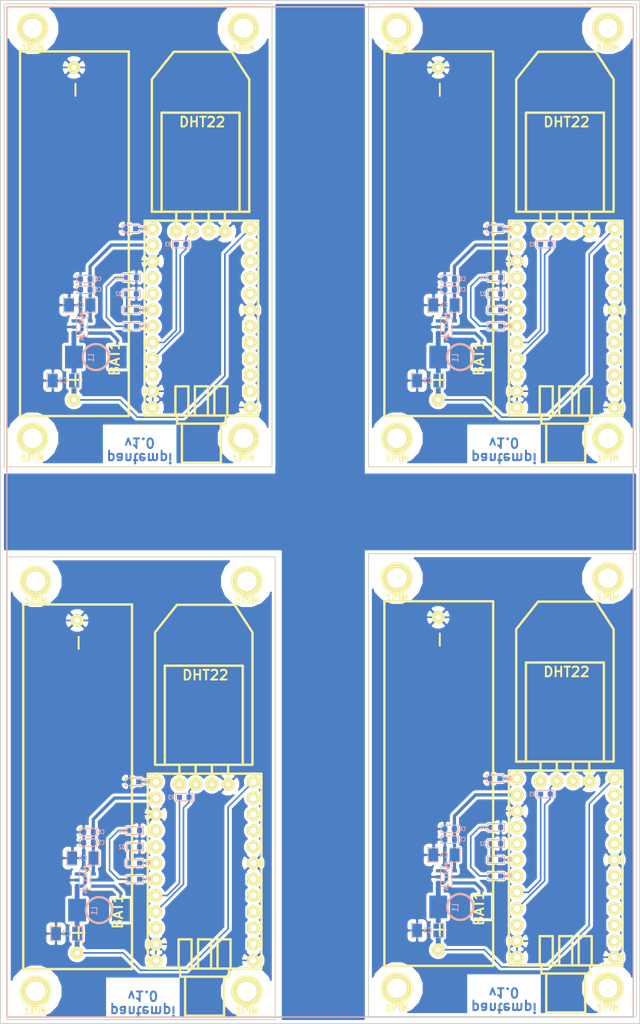
<source format=kicad_pcb>
(kicad_pcb (version 3) (host pcbnew "(2013-may-18)-stable")
  (layers (15 F.Cu signal) (0 B.Cu signal) (18 B.Paste user) (19 F.Paste user) (20 B.SilkS user) (21 F.SilkS user) (22 B.Mask user) (23 F.Mask user) (28 Edge.Cuts user))
  (net 0 "")
  (net 1 +3.3V)
  (net 2 /A1)
  (net 3 /A2)
  (net 4 /BATTERY)
  (net 5 /LED1)
  (net 6 /LED2)
  (net 7 /RESET)
  (net 8 GND)
  (net 9 N-0000021)
  (net 10 N-0000023)
  (net 11 N-0000024)
  (module SOT23-5 (layer B.Cu) (at 85.762 166.076 90)
    (fp_text reference U4 (at 2.19964 0.29972 360) (layer B.SilkS) (effects (font (size 0.635 0.635) (thickness 0.127)) (justify mirror)))
    (fp_text value MAX1724 (at 0 0 90) (layer B.SilkS) (effects (font (size 0.635 0.635) (thickness 0.127)) (justify mirror)))
    (pad 1 smd rect (at -0.9525 -1.27 90) (size 0.508 0.762) (layers B.Cu B.Paste B.Mask) (net 4 /BATTERY))
    (pad 3 smd rect (at 0.9525 -1.27 90) (size 0.508 0.762) (layers B.Cu B.Paste B.Mask) (net 4 /BATTERY))
    (pad 5 smd rect (at -0.9525 1.27 90) (size 0.508 0.762) (layers B.Cu B.Paste B.Mask) (net 11 N-0000024))
    (pad 2 smd rect (at 0 -1.27 90) (size 0.508 0.762) (layers B.Cu B.Paste B.Mask) (net 8 GND))
    (pad 4 smd rect (at 0.9525 1.27 90) (size 0.508 0.762) (layers B.Cu B.Paste B.Mask) (net 1 +3.3V))
  )
  (module SM1206 (layer B.Cu) (at 85.381 162.647 180)
    (fp_text reference C4 (at 0 0 180) (layer B.SilkS) (effects (font (size 0.762 0.762) (thickness 0.127)) (justify mirror)))
    (fp_text value 10u hide)
    (pad 1 smd rect (at -1.651 0 180) (size 1.524 2.032) (layers B.Cu B.Paste B.Mask) (net 1 +3.3V))
    (pad 2 smd rect (at 1.651 0 180) (size 1.524 2.032) (layers B.Cu B.Paste B.Mask) (net 8 GND))
  )
  (module SM1206 (layer B.Cu) (at 82.841 174.458 180)
    (fp_text reference C3 (at 0 0 180) (layer B.SilkS) (effects (font (size 0.762 0.762) (thickness 0.127)) (justify mirror)))
    (fp_text value 10u hide)
    (pad 1 smd rect (at -1.651 0 180) (size 1.524 2.032) (layers B.Cu B.Paste B.Mask) (net 4 /BATTERY))
    (pad 2 smd rect (at 1.651 0 180) (size 1.524 2.032) (layers B.Cu B.Paste B.Mask) (net 8 GND))
  )
  (module SM0603S (layer B.Cu) (at 86.27 158.583 180)
    (fp_text reference C6 (at -2.0193 0.03048 180) (layer B.SilkS) (effects (font (size 0.635 0.508) (thickness 0.127)) (justify mirror)))
    (fp_text value 100n hide)
    (pad 2 smd rect (at 0.7493 0 180) (size 0.7874 0.762) (layers B.Cu B.Paste B.Mask) (net 8 GND))
    (pad 1 smd rect (at -0.7493 0 180) (size 0.7874 0.762) (layers B.Cu B.Paste B.Mask) (net 1 +3.3V))
  )
  (module SM0603S (layer B.Cu) (at 86.27 160.234 180)
    (fp_text reference C5 (at -2.0193 0.03048 180) (layer B.SilkS) (effects (font (size 0.635 0.508) (thickness 0.127)) (justify mirror)))
    (fp_text value 1u hide)
    (pad 2 smd rect (at 0.7493 0 180) (size 0.7874 0.762) (layers B.Cu B.Paste B.Mask) (net 8 GND))
    (pad 1 smd rect (at -0.7493 0 180) (size 0.7874 0.762) (layers B.Cu B.Paste B.Mask) (net 1 +3.3V))
  )
  (module SM0603S (layer B.Cu) (at 101.256 153.122)
    (fp_text reference R3 (at -2.0193 0.03048) (layer B.SilkS) (effects (font (size 0.635 0.508) (thickness 0.127)) (justify mirror)))
    (fp_text value 10k hide)
    (pad 2 smd rect (at 0.7493 0) (size 0.7874 0.762) (layers B.Cu B.Paste B.Mask) (net 2 /A1))
    (pad 1 smd rect (at -0.7493 0) (size 0.7874 0.762) (layers B.Cu B.Paste B.Mask) (net 3 /A2))
  )
  (module SM0603S (layer B.Cu) (at 93.509 158.329)
    (fp_text reference D1 (at -2.0193 0.03048) (layer B.SilkS) (effects (font (size 0.635 0.508) (thickness 0.127)) (justify mirror)))
    (fp_text value LED hide)
    (pad 2 smd rect (at 0.7493 0) (size 0.7874 0.762) (layers B.Cu B.Paste B.Mask) (net 8 GND))
    (pad 1 smd rect (at -0.7493 0) (size 0.7874 0.762) (layers B.Cu B.Paste B.Mask) (net 10 N-0000023))
  )
  (module SM0603S (layer B.Cu) (at 93.509 165.949 180)
    (fp_text reference R4 (at -2.0193 0.03048 180) (layer B.SilkS) (effects (font (size 0.635 0.508) (thickness 0.127)) (justify mirror)))
    (fp_text value 1k hide)
    (pad 2 smd rect (at 0.7493 0 180) (size 0.7874 0.762) (layers B.Cu B.Paste B.Mask) (net 10 N-0000023))
    (pad 1 smd rect (at -0.7493 0 180) (size 0.7874 0.762) (layers B.Cu B.Paste B.Mask) (net 6 /LED2))
  )
  (module SM0603S (layer B.Cu) (at 93.509 160.869)
    (fp_text reference D2 (at -2.0193 0.03048) (layer B.SilkS) (effects (font (size 0.635 0.508) (thickness 0.127)) (justify mirror)))
    (fp_text value LED hide)
    (pad 2 smd rect (at 0.7493 0) (size 0.7874 0.762) (layers B.Cu B.Paste B.Mask) (net 8 GND))
    (pad 1 smd rect (at -0.7493 0) (size 0.7874 0.762) (layers B.Cu B.Paste B.Mask) (net 9 N-0000021))
  )
  (module SM0603S (layer B.Cu) (at 93.509 163.409 180)
    (fp_text reference R1 (at -2.0193 0.03048 180) (layer B.SilkS) (effects (font (size 0.635 0.508) (thickness 0.127)) (justify mirror)))
    (fp_text value 1k hide)
    (pad 2 smd rect (at 0.7493 0 180) (size 0.7874 0.762) (layers B.Cu B.Paste B.Mask) (net 9 N-0000021))
    (pad 1 smd rect (at -0.7493 0 180) (size 0.7874 0.762) (layers B.Cu B.Paste B.Mask) (net 5 /LED1))
  )
  (module SM0603S (layer B.Cu) (at 93.382 150.709 180)
    (fp_text reference R2 (at -2.0193 0.03048 180) (layer B.SilkS) (effects (font (size 0.635 0.508) (thickness 0.127)) (justify mirror)))
    (fp_text value R hide)
    (pad 2 smd rect (at 0.7493 0 180) (size 0.7874 0.762) (layers B.Cu B.Paste B.Mask) (net 8 GND))
    (pad 1 smd rect (at -0.7493 0 180) (size 0.7874 0.762) (layers B.Cu B.Paste B.Mask) (net 7 /RESET))
  )
  (module Pulse_P0770NL (layer B.Cu) (at 87.921 170.775 270)
    (fp_text reference L1 (at 0.127 0.762 270) (layer B.SilkS) (effects (font (size 0.889 0.762) (thickness 0.1524)) (justify mirror)))
    (fp_text value 10u hide)
    (pad 2 smd rect (at 0 -3.429 270) (size 3.556 2.794) (layers B.Cu B.Paste B.Mask) (net 11 N-0000024))
    (pad 1 smd rect (at 0 3.429 270) (size 3.556 2.794) (layers B.Cu B.Paste B.Mask) (net 4 /BATTERY))
  )
  (module PANSTAMP_02 (layer F.Cu) (at 104.431 164.679 180)
    (fp_text reference U1 hide)
    (fp_text value PANSTAMP_02 hide)
    (pad 1 thru_hole circle (at -7.62 -13.97 180) (size 2 2) (drill 0.9906) (layers *.Cu *.Mask F.SilkS) (net 8 GND))
    (pad 2 thru_hole circle (at -7.62 -11.43 180) (size 2 2) (drill 0.9906) (layers *.Cu *.Mask F.SilkS))
    (pad 3 thru_hole circle (at -7.62 -8.89 180) (size 2 2) (drill 0.9906) (layers *.Cu *.Mask F.SilkS))
    (pad 4 thru_hole circle (at -7.62 -6.35 180) (size 2 2) (drill 0.9906) (layers *.Cu *.Mask F.SilkS))
    (pad 5 thru_hole circle (at -7.62 -3.81 180) (size 2 2) (drill 0.9906) (layers *.Cu *.Mask F.SilkS))
    (pad 6 thru_hole circle (at -7.62 -1.27 180) (size 2 2) (drill 0.9906) (layers *.Cu *.Mask F.SilkS))
    (pad 7 thru_hole circle (at -7.62 1.27 180) (size 2 2) (drill 0.9906) (layers *.Cu *.Mask F.SilkS) (net 8 GND))
    (pad 8 thru_hole circle (at -7.62 3.81 180) (size 2 2) (drill 0.9906) (layers *.Cu *.Mask F.SilkS))
    (pad 9 thru_hole circle (at -7.62 6.35 180) (size 2 2) (drill 0.9906) (layers *.Cu *.Mask F.SilkS))
    (pad 10 thru_hole circle (at -7.62 8.89 180) (size 2 2) (drill 0.9906) (layers *.Cu *.Mask F.SilkS))
    (pad 11 thru_hole circle (at -7.62 11.43 180) (size 2 2) (drill 0.9906) (layers *.Cu *.Mask F.SilkS))
    (pad 12 thru_hole circle (at -7.62 13.97 180) (size 2 2) (drill 0.9906) (layers *.Cu *.Mask F.SilkS) (net 4 /BATTERY))
    (pad 13 thru_hole circle (at 7.62 13.97 180) (size 2 2) (drill 0.9906) (layers *.Cu *.Mask F.SilkS) (net 7 /RESET))
    (pad 14 thru_hole circle (at 7.62 11.43 180) (size 2 2) (drill 0.9906) (layers *.Cu *.Mask F.SilkS) (net 1 +3.3V))
    (pad 15 thru_hole circle (at 7.62 8.89 180) (size 2 2) (drill 0.9906) (layers *.Cu *.Mask F.SilkS) (net 8 GND))
    (pad 16 thru_hole circle (at 7.62 6.35 180) (size 2 2) (drill 0.9906) (layers *.Cu *.Mask F.SilkS))
    (pad 17 thru_hole circle (at 7.62 3.81 180) (size 2 2) (drill 0.9906) (layers *.Cu *.Mask F.SilkS))
    (pad 18 thru_hole circle (at 7.62 1.27 180) (size 2 2) (drill 0.9906) (layers *.Cu *.Mask F.SilkS) (net 5 /LED1))
    (pad 19 thru_hole circle (at 7.62 -1.27 180) (size 2 2) (drill 0.9906) (layers *.Cu *.Mask F.SilkS) (net 6 /LED2))
    (pad 20 thru_hole circle (at 7.62 -3.81 180) (size 2 2) (drill 0.9906) (layers *.Cu *.Mask F.SilkS) (net 3 /A2))
    (pad 21 thru_hole circle (at 7.62 -6.35 180) (size 2 2) (drill 0.9906) (layers *.Cu *.Mask F.SilkS) (net 2 /A1))
    (pad 22 thru_hole circle (at 7.62 -8.89 180) (size 2 2) (drill 0.9906) (layers *.Cu *.Mask F.SilkS))
    (pad 23 thru_hole circle (at 7.62 -11.43 180) (size 2 2) (drill 0.9906) (layers *.Cu *.Mask F.SilkS) (net 8 GND))
    (pad 24 thru_hole circle (at 7.62 -13.97 180) (size 2 2) (drill 0.9906) (layers *.Cu *.Mask F.SilkS) (net 8 GND))
  )
  (module DHT22 (layer F.Cu) (at 104.304 140.676)
    (fp_text reference U3 hide)
    (fp_text value DHT22 (at 0.254 -6.6548) (layer F.SilkS) (effects (font (size 1.524 1.524) (thickness 0.3048))))
    (pad 1 thru_hole circle (at -3.81 10.414 90) (size 2 2) (drill 0.7112) (layers *.Cu *.Mask F.SilkS) (net 3 /A2))
    (pad 2 thru_hole circle (at -1.27 10.414 90) (size 2 2) (drill 0.7112) (layers *.Cu *.Mask F.SilkS) (net 2 /A1))
    (pad 3 thru_hole circle (at 1.27 10.414 90) (size 2 2) (drill 0.7112) (layers *.Cu *.Mask F.SilkS))
    (pad 4 thru_hole circle (at 3.81 10.414 90) (size 2 2) (drill 0.7112) (layers *.Cu *.Mask F.SilkS) (net 8 GND))
  )
  (module 12BH311P (layer F.Cu) (at 84.492 151.471 270)
    (fp_text reference BAT1 (at 19.5072 -6.35 270) (layer F.SilkS) (effects (font (size 1.524 1.524) (thickness 0.3048))))
    (fp_text value CONN_2 hide)
    (fp_text user - (at -22.5044 -0.0508 270) (layer F.SilkS) (effects (font (size 2.49936 2.49936) (thickness 0.3048))))
    (fp_text user + (at 22.86 -0.0508 270) (layer F.SilkS) (effects (font (size 2.49936 2.49936) (thickness 0.3048))))
    (pad 1 thru_hole circle (at 25.99944 0 270) (size 2 2) (drill 0.8001) (layers *.Cu *.Mask F.SilkS) (net 4 /BATTERY))
    (pad 2 thru_hole circle (at -25.99944 0 270) (size 2 2) (drill 0.8001) (layers *.Cu *.Mask F.SilkS) (net 8 GND))
  )
  (module 1pin (layer F.Cu) (at 78.015 183.475 180)
    (fp_text reference 1PIN (at 0 -3.048 180) (layer F.SilkS) (effects (font (size 1.016 1.016) (thickness 0.254))))
    (fp_text value P*** hide)
    (pad 1 thru_hole circle (at 0 0 180) (size 4.064 4.064) (drill 3.048) (layers *.Cu *.Mask F.SilkS))
  )
  (module 1pin (layer F.Cu) (at 111.035 183.475 180)
    (fp_text reference 1PIN (at 0 -3.048 180) (layer F.SilkS) (effects (font (size 1.016 1.016) (thickness 0.254))))
    (fp_text value P*** hide)
    (pad 1 thru_hole circle (at 0 0 180) (size 4.064 4.064) (drill 3.048) (layers *.Cu *.Mask F.SilkS))
  )
  (module 1pin (layer F.Cu) (at 78.015 119.34 180)
    (fp_text reference 1PIN (at 0 -3.048 180) (layer F.SilkS) (effects (font (size 1.016 1.016) (thickness 0.254))))
    (fp_text value P*** hide)
    (pad 1 thru_hole circle (at 0 0 180) (size 4.064 4.064) (drill 3.048) (layers *.Cu *.Mask F.SilkS))
  )
  (module 1pin (layer F.Cu) (at 111.035 119.34 180)
    (fp_text reference 1PIN (at 0 -3.048 180) (layer F.SilkS) (effects (font (size 1.016 1.016) (thickness 0.254))))
    (fp_text value P*** hide)
    (pad 1 thru_hole circle (at 0 0 180) (size 4.064 4.064) (drill 3.048) (layers *.Cu *.Mask F.SilkS))
  )
  (module SOT23-5 (layer B.Cu) (at 28.762 80.076 90)
    (fp_text reference U4 (at 2.19964 0.29972 360) (layer B.SilkS) (effects (font (size 0.635 0.635) (thickness 0.127)) (justify mirror)))
    (fp_text value MAX1724 (at 0 0 90) (layer B.SilkS) (effects (font (size 0.635 0.635) (thickness 0.127)) (justify mirror)))
    (pad 1 smd rect (at -0.9525 -1.27 90) (size 0.508 0.762) (layers B.Cu B.Paste B.Mask) (net 4 /BATTERY))
    (pad 3 smd rect (at 0.9525 -1.27 90) (size 0.508 0.762) (layers B.Cu B.Paste B.Mask) (net 4 /BATTERY))
    (pad 5 smd rect (at -0.9525 1.27 90) (size 0.508 0.762) (layers B.Cu B.Paste B.Mask) (net 11 N-0000024))
    (pad 2 smd rect (at 0 -1.27 90) (size 0.508 0.762) (layers B.Cu B.Paste B.Mask) (net 8 GND))
    (pad 4 smd rect (at 0.9525 1.27 90) (size 0.508 0.762) (layers B.Cu B.Paste B.Mask) (net 1 +3.3V))
  )
  (module SM1206 (layer B.Cu) (at 28.381 76.647 180)
    (fp_text reference C4 (at 0 0 180) (layer B.SilkS) (effects (font (size 0.762 0.762) (thickness 0.127)) (justify mirror)))
    (fp_text value 10u hide)
    (pad 1 smd rect (at -1.651 0 180) (size 1.524 2.032) (layers B.Cu B.Paste B.Mask) (net 1 +3.3V))
    (pad 2 smd rect (at 1.651 0 180) (size 1.524 2.032) (layers B.Cu B.Paste B.Mask) (net 8 GND))
  )
  (module SM1206 (layer B.Cu) (at 25.841 88.458 180)
    (fp_text reference C3 (at 0 0 180) (layer B.SilkS) (effects (font (size 0.762 0.762) (thickness 0.127)) (justify mirror)))
    (fp_text value 10u hide)
    (pad 1 smd rect (at -1.651 0 180) (size 1.524 2.032) (layers B.Cu B.Paste B.Mask) (net 4 /BATTERY))
    (pad 2 smd rect (at 1.651 0 180) (size 1.524 2.032) (layers B.Cu B.Paste B.Mask) (net 8 GND))
  )
  (module SM0603S (layer B.Cu) (at 29.27 72.583 180)
    (fp_text reference C6 (at -2.0193 0.03048 180) (layer B.SilkS) (effects (font (size 0.635 0.508) (thickness 0.127)) (justify mirror)))
    (fp_text value 100n hide)
    (pad 2 smd rect (at 0.7493 0 180) (size 0.7874 0.762) (layers B.Cu B.Paste B.Mask) (net 8 GND))
    (pad 1 smd rect (at -0.7493 0 180) (size 0.7874 0.762) (layers B.Cu B.Paste B.Mask) (net 1 +3.3V))
  )
  (module SM0603S (layer B.Cu) (at 29.27 74.234 180)
    (fp_text reference C5 (at -2.0193 0.03048 180) (layer B.SilkS) (effects (font (size 0.635 0.508) (thickness 0.127)) (justify mirror)))
    (fp_text value 1u hide)
    (pad 2 smd rect (at 0.7493 0 180) (size 0.7874 0.762) (layers B.Cu B.Paste B.Mask) (net 8 GND))
    (pad 1 smd rect (at -0.7493 0 180) (size 0.7874 0.762) (layers B.Cu B.Paste B.Mask) (net 1 +3.3V))
  )
  (module SM0603S (layer B.Cu) (at 44.256 67.122)
    (fp_text reference R3 (at -2.0193 0.03048) (layer B.SilkS) (effects (font (size 0.635 0.508) (thickness 0.127)) (justify mirror)))
    (fp_text value 10k hide)
    (pad 2 smd rect (at 0.7493 0) (size 0.7874 0.762) (layers B.Cu B.Paste B.Mask) (net 2 /A1))
    (pad 1 smd rect (at -0.7493 0) (size 0.7874 0.762) (layers B.Cu B.Paste B.Mask) (net 3 /A2))
  )
  (module SM0603S (layer B.Cu) (at 36.509 72.329)
    (fp_text reference D1 (at -2.0193 0.03048) (layer B.SilkS) (effects (font (size 0.635 0.508) (thickness 0.127)) (justify mirror)))
    (fp_text value LED hide)
    (pad 2 smd rect (at 0.7493 0) (size 0.7874 0.762) (layers B.Cu B.Paste B.Mask) (net 8 GND))
    (pad 1 smd rect (at -0.7493 0) (size 0.7874 0.762) (layers B.Cu B.Paste B.Mask) (net 10 N-0000023))
  )
  (module SM0603S (layer B.Cu) (at 36.509 79.949 180)
    (fp_text reference R4 (at -2.0193 0.03048 180) (layer B.SilkS) (effects (font (size 0.635 0.508) (thickness 0.127)) (justify mirror)))
    (fp_text value 1k hide)
    (pad 2 smd rect (at 0.7493 0 180) (size 0.7874 0.762) (layers B.Cu B.Paste B.Mask) (net 10 N-0000023))
    (pad 1 smd rect (at -0.7493 0 180) (size 0.7874 0.762) (layers B.Cu B.Paste B.Mask) (net 6 /LED2))
  )
  (module SM0603S (layer B.Cu) (at 36.509 74.869)
    (fp_text reference D2 (at -2.0193 0.03048) (layer B.SilkS) (effects (font (size 0.635 0.508) (thickness 0.127)) (justify mirror)))
    (fp_text value LED hide)
    (pad 2 smd rect (at 0.7493 0) (size 0.7874 0.762) (layers B.Cu B.Paste B.Mask) (net 8 GND))
    (pad 1 smd rect (at -0.7493 0) (size 0.7874 0.762) (layers B.Cu B.Paste B.Mask) (net 9 N-0000021))
  )
  (module SM0603S (layer B.Cu) (at 36.509 77.409 180)
    (fp_text reference R1 (at -2.0193 0.03048 180) (layer B.SilkS) (effects (font (size 0.635 0.508) (thickness 0.127)) (justify mirror)))
    (fp_text value 1k hide)
    (pad 2 smd rect (at 0.7493 0 180) (size 0.7874 0.762) (layers B.Cu B.Paste B.Mask) (net 9 N-0000021))
    (pad 1 smd rect (at -0.7493 0 180) (size 0.7874 0.762) (layers B.Cu B.Paste B.Mask) (net 5 /LED1))
  )
  (module SM0603S (layer B.Cu) (at 36.382 64.709 180)
    (fp_text reference R2 (at -2.0193 0.03048 180) (layer B.SilkS) (effects (font (size 0.635 0.508) (thickness 0.127)) (justify mirror)))
    (fp_text value R hide)
    (pad 2 smd rect (at 0.7493 0 180) (size 0.7874 0.762) (layers B.Cu B.Paste B.Mask) (net 8 GND))
    (pad 1 smd rect (at -0.7493 0 180) (size 0.7874 0.762) (layers B.Cu B.Paste B.Mask) (net 7 /RESET))
  )
  (module Pulse_P0770NL (layer B.Cu) (at 30.921 84.775 270)
    (fp_text reference L1 (at 0.127 0.762 270) (layer B.SilkS) (effects (font (size 0.889 0.762) (thickness 0.1524)) (justify mirror)))
    (fp_text value 10u hide)
    (pad 2 smd rect (at 0 -3.429 270) (size 3.556 2.794) (layers B.Cu B.Paste B.Mask) (net 11 N-0000024))
    (pad 1 smd rect (at 0 3.429 270) (size 3.556 2.794) (layers B.Cu B.Paste B.Mask) (net 4 /BATTERY))
  )
  (module PANSTAMP_02 (layer F.Cu) (at 47.431 78.679 180)
    (fp_text reference U1 hide)
    (fp_text value PANSTAMP_02 hide)
    (pad 1 thru_hole circle (at -7.62 -13.97 180) (size 2 2) (drill 0.9906) (layers *.Cu *.Mask F.SilkS) (net 8 GND))
    (pad 2 thru_hole circle (at -7.62 -11.43 180) (size 2 2) (drill 0.9906) (layers *.Cu *.Mask F.SilkS))
    (pad 3 thru_hole circle (at -7.62 -8.89 180) (size 2 2) (drill 0.9906) (layers *.Cu *.Mask F.SilkS))
    (pad 4 thru_hole circle (at -7.62 -6.35 180) (size 2 2) (drill 0.9906) (layers *.Cu *.Mask F.SilkS))
    (pad 5 thru_hole circle (at -7.62 -3.81 180) (size 2 2) (drill 0.9906) (layers *.Cu *.Mask F.SilkS))
    (pad 6 thru_hole circle (at -7.62 -1.27 180) (size 2 2) (drill 0.9906) (layers *.Cu *.Mask F.SilkS))
    (pad 7 thru_hole circle (at -7.62 1.27 180) (size 2 2) (drill 0.9906) (layers *.Cu *.Mask F.SilkS) (net 8 GND))
    (pad 8 thru_hole circle (at -7.62 3.81 180) (size 2 2) (drill 0.9906) (layers *.Cu *.Mask F.SilkS))
    (pad 9 thru_hole circle (at -7.62 6.35 180) (size 2 2) (drill 0.9906) (layers *.Cu *.Mask F.SilkS))
    (pad 10 thru_hole circle (at -7.62 8.89 180) (size 2 2) (drill 0.9906) (layers *.Cu *.Mask F.SilkS))
    (pad 11 thru_hole circle (at -7.62 11.43 180) (size 2 2) (drill 0.9906) (layers *.Cu *.Mask F.SilkS))
    (pad 12 thru_hole circle (at -7.62 13.97 180) (size 2 2) (drill 0.9906) (layers *.Cu *.Mask F.SilkS) (net 4 /BATTERY))
    (pad 13 thru_hole circle (at 7.62 13.97 180) (size 2 2) (drill 0.9906) (layers *.Cu *.Mask F.SilkS) (net 7 /RESET))
    (pad 14 thru_hole circle (at 7.62 11.43 180) (size 2 2) (drill 0.9906) (layers *.Cu *.Mask F.SilkS) (net 1 +3.3V))
    (pad 15 thru_hole circle (at 7.62 8.89 180) (size 2 2) (drill 0.9906) (layers *.Cu *.Mask F.SilkS) (net 8 GND))
    (pad 16 thru_hole circle (at 7.62 6.35 180) (size 2 2) (drill 0.9906) (layers *.Cu *.Mask F.SilkS))
    (pad 17 thru_hole circle (at 7.62 3.81 180) (size 2 2) (drill 0.9906) (layers *.Cu *.Mask F.SilkS))
    (pad 18 thru_hole circle (at 7.62 1.27 180) (size 2 2) (drill 0.9906) (layers *.Cu *.Mask F.SilkS) (net 5 /LED1))
    (pad 19 thru_hole circle (at 7.62 -1.27 180) (size 2 2) (drill 0.9906) (layers *.Cu *.Mask F.SilkS) (net 6 /LED2))
    (pad 20 thru_hole circle (at 7.62 -3.81 180) (size 2 2) (drill 0.9906) (layers *.Cu *.Mask F.SilkS) (net 3 /A2))
    (pad 21 thru_hole circle (at 7.62 -6.35 180) (size 2 2) (drill 0.9906) (layers *.Cu *.Mask F.SilkS) (net 2 /A1))
    (pad 22 thru_hole circle (at 7.62 -8.89 180) (size 2 2) (drill 0.9906) (layers *.Cu *.Mask F.SilkS))
    (pad 23 thru_hole circle (at 7.62 -11.43 180) (size 2 2) (drill 0.9906) (layers *.Cu *.Mask F.SilkS) (net 8 GND))
    (pad 24 thru_hole circle (at 7.62 -13.97 180) (size 2 2) (drill 0.9906) (layers *.Cu *.Mask F.SilkS) (net 8 GND))
  )
  (module DHT22 (layer F.Cu) (at 47.304 54.676)
    (fp_text reference U3 hide)
    (fp_text value DHT22 (at 0.254 -6.6548) (layer F.SilkS) (effects (font (size 1.524 1.524) (thickness 0.3048))))
    (pad 1 thru_hole circle (at -3.81 10.414 90) (size 2 2) (drill 0.7112) (layers *.Cu *.Mask F.SilkS) (net 3 /A2))
    (pad 2 thru_hole circle (at -1.27 10.414 90) (size 2 2) (drill 0.7112) (layers *.Cu *.Mask F.SilkS) (net 2 /A1))
    (pad 3 thru_hole circle (at 1.27 10.414 90) (size 2 2) (drill 0.7112) (layers *.Cu *.Mask F.SilkS))
    (pad 4 thru_hole circle (at 3.81 10.414 90) (size 2 2) (drill 0.7112) (layers *.Cu *.Mask F.SilkS) (net 8 GND))
  )
  (module 12BH311P (layer F.Cu) (at 27.492 65.471 270)
    (fp_text reference BAT1 (at 19.5072 -6.35 270) (layer F.SilkS) (effects (font (size 1.524 1.524) (thickness 0.3048))))
    (fp_text value CONN_2 hide)
    (fp_text user - (at -22.5044 -0.0508 270) (layer F.SilkS) (effects (font (size 2.49936 2.49936) (thickness 0.3048))))
    (fp_text user + (at 22.86 -0.0508 270) (layer F.SilkS) (effects (font (size 2.49936 2.49936) (thickness 0.3048))))
    (pad 1 thru_hole circle (at 25.99944 0 270) (size 2 2) (drill 0.8001) (layers *.Cu *.Mask F.SilkS) (net 4 /BATTERY))
    (pad 2 thru_hole circle (at -25.99944 0 270) (size 2 2) (drill 0.8001) (layers *.Cu *.Mask F.SilkS) (net 8 GND))
  )
  (module 1pin (layer F.Cu) (at 21.015 97.475 180)
    (fp_text reference 1PIN (at 0 -3.048 180) (layer F.SilkS) (effects (font (size 1.016 1.016) (thickness 0.254))))
    (fp_text value P*** hide)
    (pad 1 thru_hole circle (at 0 0 180) (size 4.064 4.064) (drill 3.048) (layers *.Cu *.Mask F.SilkS))
  )
  (module 1pin (layer F.Cu) (at 54.035 97.475 180)
    (fp_text reference 1PIN (at 0 -3.048 180) (layer F.SilkS) (effects (font (size 1.016 1.016) (thickness 0.254))))
    (fp_text value P*** hide)
    (pad 1 thru_hole circle (at 0 0 180) (size 4.064 4.064) (drill 3.048) (layers *.Cu *.Mask F.SilkS))
  )
  (module 1pin (layer F.Cu) (at 21.015 33.34 180)
    (fp_text reference 1PIN (at 0 -3.048 180) (layer F.SilkS) (effects (font (size 1.016 1.016) (thickness 0.254))))
    (fp_text value P*** hide)
    (pad 1 thru_hole circle (at 0 0 180) (size 4.064 4.064) (drill 3.048) (layers *.Cu *.Mask F.SilkS))
  )
  (module 1pin (layer F.Cu) (at 54.035 33.34 180)
    (fp_text reference 1PIN (at 0 -3.048 180) (layer F.SilkS) (effects (font (size 1.016 1.016) (thickness 0.254))))
    (fp_text value P*** hide)
    (pad 1 thru_hole circle (at 0 0 180) (size 4.064 4.064) (drill 3.048) (layers *.Cu *.Mask F.SilkS))
  )
  (module SOT23-5 (layer B.Cu) (at 29.262 166.576 90)
    (fp_text reference U4 (at 2.19964 0.29972 360) (layer B.SilkS) (effects (font (size 0.635 0.635) (thickness 0.127)) (justify mirror)))
    (fp_text value MAX1724 (at 0 0 90) (layer B.SilkS) (effects (font (size 0.635 0.635) (thickness 0.127)) (justify mirror)))
    (pad 1 smd rect (at -0.9525 -1.27 90) (size 0.508 0.762) (layers B.Cu B.Paste B.Mask) (net 4 /BATTERY))
    (pad 3 smd rect (at 0.9525 -1.27 90) (size 0.508 0.762) (layers B.Cu B.Paste B.Mask) (net 4 /BATTERY))
    (pad 5 smd rect (at -0.9525 1.27 90) (size 0.508 0.762) (layers B.Cu B.Paste B.Mask) (net 11 N-0000024))
    (pad 2 smd rect (at 0 -1.27 90) (size 0.508 0.762) (layers B.Cu B.Paste B.Mask) (net 8 GND))
    (pad 4 smd rect (at 0.9525 1.27 90) (size 0.508 0.762) (layers B.Cu B.Paste B.Mask) (net 1 +3.3V))
  )
  (module SM1206 (layer B.Cu) (at 28.881 163.147 180)
    (fp_text reference C4 (at 0 0 180) (layer B.SilkS) (effects (font (size 0.762 0.762) (thickness 0.127)) (justify mirror)))
    (fp_text value 10u hide)
    (pad 1 smd rect (at -1.651 0 180) (size 1.524 2.032) (layers B.Cu B.Paste B.Mask) (net 1 +3.3V))
    (pad 2 smd rect (at 1.651 0 180) (size 1.524 2.032) (layers B.Cu B.Paste B.Mask) (net 8 GND))
  )
  (module SM1206 (layer B.Cu) (at 26.341 174.958 180)
    (fp_text reference C3 (at 0 0 180) (layer B.SilkS) (effects (font (size 0.762 0.762) (thickness 0.127)) (justify mirror)))
    (fp_text value 10u hide)
    (pad 1 smd rect (at -1.651 0 180) (size 1.524 2.032) (layers B.Cu B.Paste B.Mask) (net 4 /BATTERY))
    (pad 2 smd rect (at 1.651 0 180) (size 1.524 2.032) (layers B.Cu B.Paste B.Mask) (net 8 GND))
  )
  (module SM0603S (layer B.Cu) (at 29.77 159.083 180)
    (fp_text reference C6 (at -2.0193 0.03048 180) (layer B.SilkS) (effects (font (size 0.635 0.508) (thickness 0.127)) (justify mirror)))
    (fp_text value 100n hide)
    (pad 2 smd rect (at 0.7493 0 180) (size 0.7874 0.762) (layers B.Cu B.Paste B.Mask) (net 8 GND))
    (pad 1 smd rect (at -0.7493 0 180) (size 0.7874 0.762) (layers B.Cu B.Paste B.Mask) (net 1 +3.3V))
  )
  (module SM0603S (layer B.Cu) (at 29.77 160.734 180)
    (fp_text reference C5 (at -2.0193 0.03048 180) (layer B.SilkS) (effects (font (size 0.635 0.508) (thickness 0.127)) (justify mirror)))
    (fp_text value 1u hide)
    (pad 2 smd rect (at 0.7493 0 180) (size 0.7874 0.762) (layers B.Cu B.Paste B.Mask) (net 8 GND))
    (pad 1 smd rect (at -0.7493 0 180) (size 0.7874 0.762) (layers B.Cu B.Paste B.Mask) (net 1 +3.3V))
  )
  (module SM0603S (layer B.Cu) (at 44.756 153.622)
    (fp_text reference R3 (at -2.0193 0.03048) (layer B.SilkS) (effects (font (size 0.635 0.508) (thickness 0.127)) (justify mirror)))
    (fp_text value 10k hide)
    (pad 2 smd rect (at 0.7493 0) (size 0.7874 0.762) (layers B.Cu B.Paste B.Mask) (net 2 /A1))
    (pad 1 smd rect (at -0.7493 0) (size 0.7874 0.762) (layers B.Cu B.Paste B.Mask) (net 3 /A2))
  )
  (module SM0603S (layer B.Cu) (at 37.009 158.829)
    (fp_text reference D1 (at -2.0193 0.03048) (layer B.SilkS) (effects (font (size 0.635 0.508) (thickness 0.127)) (justify mirror)))
    (fp_text value LED hide)
    (pad 2 smd rect (at 0.7493 0) (size 0.7874 0.762) (layers B.Cu B.Paste B.Mask) (net 8 GND))
    (pad 1 smd rect (at -0.7493 0) (size 0.7874 0.762) (layers B.Cu B.Paste B.Mask) (net 10 N-0000023))
  )
  (module SM0603S (layer B.Cu) (at 37.009 166.449 180)
    (fp_text reference R4 (at -2.0193 0.03048 180) (layer B.SilkS) (effects (font (size 0.635 0.508) (thickness 0.127)) (justify mirror)))
    (fp_text value 1k hide)
    (pad 2 smd rect (at 0.7493 0 180) (size 0.7874 0.762) (layers B.Cu B.Paste B.Mask) (net 10 N-0000023))
    (pad 1 smd rect (at -0.7493 0 180) (size 0.7874 0.762) (layers B.Cu B.Paste B.Mask) (net 6 /LED2))
  )
  (module SM0603S (layer B.Cu) (at 37.009 161.369)
    (fp_text reference D2 (at -2.0193 0.03048) (layer B.SilkS) (effects (font (size 0.635 0.508) (thickness 0.127)) (justify mirror)))
    (fp_text value LED hide)
    (pad 2 smd rect (at 0.7493 0) (size 0.7874 0.762) (layers B.Cu B.Paste B.Mask) (net 8 GND))
    (pad 1 smd rect (at -0.7493 0) (size 0.7874 0.762) (layers B.Cu B.Paste B.Mask) (net 9 N-0000021))
  )
  (module SM0603S (layer B.Cu) (at 37.009 163.909 180)
    (fp_text reference R1 (at -2.0193 0.03048 180) (layer B.SilkS) (effects (font (size 0.635 0.508) (thickness 0.127)) (justify mirror)))
    (fp_text value 1k hide)
    (pad 2 smd rect (at 0.7493 0 180) (size 0.7874 0.762) (layers B.Cu B.Paste B.Mask) (net 9 N-0000021))
    (pad 1 smd rect (at -0.7493 0 180) (size 0.7874 0.762) (layers B.Cu B.Paste B.Mask) (net 5 /LED1))
  )
  (module SM0603S (layer B.Cu) (at 36.882 151.209 180)
    (fp_text reference R2 (at -2.0193 0.03048 180) (layer B.SilkS) (effects (font (size 0.635 0.508) (thickness 0.127)) (justify mirror)))
    (fp_text value R hide)
    (pad 2 smd rect (at 0.7493 0 180) (size 0.7874 0.762) (layers B.Cu B.Paste B.Mask) (net 8 GND))
    (pad 1 smd rect (at -0.7493 0 180) (size 0.7874 0.762) (layers B.Cu B.Paste B.Mask) (net 7 /RESET))
  )
  (module Pulse_P0770NL (layer B.Cu) (at 31.421 171.275 270)
    (fp_text reference L1 (at 0.127 0.762 270) (layer B.SilkS) (effects (font (size 0.889 0.762) (thickness 0.1524)) (justify mirror)))
    (fp_text value 10u hide)
    (pad 2 smd rect (at 0 -3.429 270) (size 3.556 2.794) (layers B.Cu B.Paste B.Mask) (net 11 N-0000024))
    (pad 1 smd rect (at 0 3.429 270) (size 3.556 2.794) (layers B.Cu B.Paste B.Mask) (net 4 /BATTERY))
  )
  (module PANSTAMP_02 (layer F.Cu) (at 47.931 165.179 180)
    (fp_text reference U1 hide)
    (fp_text value PANSTAMP_02 hide)
    (pad 1 thru_hole circle (at -7.62 -13.97 180) (size 2 2) (drill 0.9906) (layers *.Cu *.Mask F.SilkS) (net 8 GND))
    (pad 2 thru_hole circle (at -7.62 -11.43 180) (size 2 2) (drill 0.9906) (layers *.Cu *.Mask F.SilkS))
    (pad 3 thru_hole circle (at -7.62 -8.89 180) (size 2 2) (drill 0.9906) (layers *.Cu *.Mask F.SilkS))
    (pad 4 thru_hole circle (at -7.62 -6.35 180) (size 2 2) (drill 0.9906) (layers *.Cu *.Mask F.SilkS))
    (pad 5 thru_hole circle (at -7.62 -3.81 180) (size 2 2) (drill 0.9906) (layers *.Cu *.Mask F.SilkS))
    (pad 6 thru_hole circle (at -7.62 -1.27 180) (size 2 2) (drill 0.9906) (layers *.Cu *.Mask F.SilkS))
    (pad 7 thru_hole circle (at -7.62 1.27 180) (size 2 2) (drill 0.9906) (layers *.Cu *.Mask F.SilkS) (net 8 GND))
    (pad 8 thru_hole circle (at -7.62 3.81 180) (size 2 2) (drill 0.9906) (layers *.Cu *.Mask F.SilkS))
    (pad 9 thru_hole circle (at -7.62 6.35 180) (size 2 2) (drill 0.9906) (layers *.Cu *.Mask F.SilkS))
    (pad 10 thru_hole circle (at -7.62 8.89 180) (size 2 2) (drill 0.9906) (layers *.Cu *.Mask F.SilkS))
    (pad 11 thru_hole circle (at -7.62 11.43 180) (size 2 2) (drill 0.9906) (layers *.Cu *.Mask F.SilkS))
    (pad 12 thru_hole circle (at -7.62 13.97 180) (size 2 2) (drill 0.9906) (layers *.Cu *.Mask F.SilkS) (net 4 /BATTERY))
    (pad 13 thru_hole circle (at 7.62 13.97 180) (size 2 2) (drill 0.9906) (layers *.Cu *.Mask F.SilkS) (net 7 /RESET))
    (pad 14 thru_hole circle (at 7.62 11.43 180) (size 2 2) (drill 0.9906) (layers *.Cu *.Mask F.SilkS) (net 1 +3.3V))
    (pad 15 thru_hole circle (at 7.62 8.89 180) (size 2 2) (drill 0.9906) (layers *.Cu *.Mask F.SilkS) (net 8 GND))
    (pad 16 thru_hole circle (at 7.62 6.35 180) (size 2 2) (drill 0.9906) (layers *.Cu *.Mask F.SilkS))
    (pad 17 thru_hole circle (at 7.62 3.81 180) (size 2 2) (drill 0.9906) (layers *.Cu *.Mask F.SilkS))
    (pad 18 thru_hole circle (at 7.62 1.27 180) (size 2 2) (drill 0.9906) (layers *.Cu *.Mask F.SilkS) (net 5 /LED1))
    (pad 19 thru_hole circle (at 7.62 -1.27 180) (size 2 2) (drill 0.9906) (layers *.Cu *.Mask F.SilkS) (net 6 /LED2))
    (pad 20 thru_hole circle (at 7.62 -3.81 180) (size 2 2) (drill 0.9906) (layers *.Cu *.Mask F.SilkS) (net 3 /A2))
    (pad 21 thru_hole circle (at 7.62 -6.35 180) (size 2 2) (drill 0.9906) (layers *.Cu *.Mask F.SilkS) (net 2 /A1))
    (pad 22 thru_hole circle (at 7.62 -8.89 180) (size 2 2) (drill 0.9906) (layers *.Cu *.Mask F.SilkS))
    (pad 23 thru_hole circle (at 7.62 -11.43 180) (size 2 2) (drill 0.9906) (layers *.Cu *.Mask F.SilkS) (net 8 GND))
    (pad 24 thru_hole circle (at 7.62 -13.97 180) (size 2 2) (drill 0.9906) (layers *.Cu *.Mask F.SilkS) (net 8 GND))
  )
  (module DHT22 (layer F.Cu) (at 47.804 141.176)
    (fp_text reference U3 hide)
    (fp_text value DHT22 (at 0.254 -6.6548) (layer F.SilkS) (effects (font (size 1.524 1.524) (thickness 0.3048))))
    (pad 1 thru_hole circle (at -3.81 10.414 90) (size 2 2) (drill 0.7112) (layers *.Cu *.Mask F.SilkS) (net 3 /A2))
    (pad 2 thru_hole circle (at -1.27 10.414 90) (size 2 2) (drill 0.7112) (layers *.Cu *.Mask F.SilkS) (net 2 /A1))
    (pad 3 thru_hole circle (at 1.27 10.414 90) (size 2 2) (drill 0.7112) (layers *.Cu *.Mask F.SilkS))
    (pad 4 thru_hole circle (at 3.81 10.414 90) (size 2 2) (drill 0.7112) (layers *.Cu *.Mask F.SilkS) (net 8 GND))
  )
  (module 12BH311P (layer F.Cu) (at 27.992 151.971 270)
    (fp_text reference BAT1 (at 19.5072 -6.35 270) (layer F.SilkS) (effects (font (size 1.524 1.524) (thickness 0.3048))))
    (fp_text value CONN_2 hide)
    (fp_text user - (at -22.5044 -0.0508 270) (layer F.SilkS) (effects (font (size 2.49936 2.49936) (thickness 0.3048))))
    (fp_text user + (at 22.86 -0.0508 270) (layer F.SilkS) (effects (font (size 2.49936 2.49936) (thickness 0.3048))))
    (pad 1 thru_hole circle (at 25.99944 0 270) (size 2 2) (drill 0.8001) (layers *.Cu *.Mask F.SilkS) (net 4 /BATTERY))
    (pad 2 thru_hole circle (at -25.99944 0 270) (size 2 2) (drill 0.8001) (layers *.Cu *.Mask F.SilkS) (net 8 GND))
  )
  (module 1pin (layer F.Cu) (at 21.515 183.975 180)
    (fp_text reference 1PIN (at 0 -3.048 180) (layer F.SilkS) (effects (font (size 1.016 1.016) (thickness 0.254))))
    (fp_text value P*** hide)
    (pad 1 thru_hole circle (at 0 0 180) (size 4.064 4.064) (drill 3.048) (layers *.Cu *.Mask F.SilkS))
  )
  (module 1pin (layer F.Cu) (at 54.535 183.975 180)
    (fp_text reference 1PIN (at 0 -3.048 180) (layer F.SilkS) (effects (font (size 1.016 1.016) (thickness 0.254))))
    (fp_text value P*** hide)
    (pad 1 thru_hole circle (at 0 0 180) (size 4.064 4.064) (drill 3.048) (layers *.Cu *.Mask F.SilkS))
  )
  (module 1pin (layer F.Cu) (at 21.515 119.84 180)
    (fp_text reference 1PIN (at 0 -3.048 180) (layer F.SilkS) (effects (font (size 1.016 1.016) (thickness 0.254))))
    (fp_text value P*** hide)
    (pad 1 thru_hole circle (at 0 0 180) (size 4.064 4.064) (drill 3.048) (layers *.Cu *.Mask F.SilkS))
  )
  (module 1pin (layer F.Cu) (at 54.535 119.84 180)
    (fp_text reference 1PIN (at 0 -3.048 180) (layer F.SilkS) (effects (font (size 1.016 1.016) (thickness 0.254))))
    (fp_text value P*** hide)
    (pad 1 thru_hole circle (at 0 0 180) (size 4.064 4.064) (drill 3.048) (layers *.Cu *.Mask F.SilkS))
  )
  (module SOT23-5 (layer B.Cu) (at 85.762 80.076 90)
    (fp_text reference U4 (at 2.19964 0.29972 360) (layer B.SilkS) (effects (font (size 0.635 0.635) (thickness 0.127)) (justify mirror)))
    (fp_text value MAX1724 (at 0 0 90) (layer B.SilkS) (effects (font (size 0.635 0.635) (thickness 0.127)) (justify mirror)))
    (pad 1 smd rect (at -0.9525 -1.27 90) (size 0.508 0.762) (layers B.Cu B.Paste B.Mask) (net 4 /BATTERY))
    (pad 3 smd rect (at 0.9525 -1.27 90) (size 0.508 0.762) (layers B.Cu B.Paste B.Mask) (net 4 /BATTERY))
    (pad 5 smd rect (at -0.9525 1.27 90) (size 0.508 0.762) (layers B.Cu B.Paste B.Mask) (net 11 N-0000024))
    (pad 2 smd rect (at 0 -1.27 90) (size 0.508 0.762) (layers B.Cu B.Paste B.Mask) (net 8 GND))
    (pad 4 smd rect (at 0.9525 1.27 90) (size 0.508 0.762) (layers B.Cu B.Paste B.Mask) (net 1 +3.3V))
  )
  (module SM1206 (layer B.Cu) (at 85.381 76.647 180)
    (fp_text reference C4 (at 0 0 180) (layer B.SilkS) (effects (font (size 0.762 0.762) (thickness 0.127)) (justify mirror)))
    (fp_text value 10u hide)
    (pad 1 smd rect (at -1.651 0 180) (size 1.524 2.032) (layers B.Cu B.Paste B.Mask) (net 1 +3.3V))
    (pad 2 smd rect (at 1.651 0 180) (size 1.524 2.032) (layers B.Cu B.Paste B.Mask) (net 8 GND))
  )
  (module SM1206 (layer B.Cu) (at 82.841 88.458 180)
    (fp_text reference C3 (at 0 0 180) (layer B.SilkS) (effects (font (size 0.762 0.762) (thickness 0.127)) (justify mirror)))
    (fp_text value 10u hide)
    (pad 1 smd rect (at -1.651 0 180) (size 1.524 2.032) (layers B.Cu B.Paste B.Mask) (net 4 /BATTERY))
    (pad 2 smd rect (at 1.651 0 180) (size 1.524 2.032) (layers B.Cu B.Paste B.Mask) (net 8 GND))
  )
  (module SM0603S (layer B.Cu) (at 86.27 72.583 180)
    (fp_text reference C6 (at -2.0193 0.03048 180) (layer B.SilkS) (effects (font (size 0.635 0.508) (thickness 0.127)) (justify mirror)))
    (fp_text value 100n hide)
    (pad 2 smd rect (at 0.7493 0 180) (size 0.7874 0.762) (layers B.Cu B.Paste B.Mask) (net 8 GND))
    (pad 1 smd rect (at -0.7493 0 180) (size 0.7874 0.762) (layers B.Cu B.Paste B.Mask) (net 1 +3.3V))
  )
  (module SM0603S (layer B.Cu) (at 86.27 74.234 180)
    (fp_text reference C5 (at -2.0193 0.03048 180) (layer B.SilkS) (effects (font (size 0.635 0.508) (thickness 0.127)) (justify mirror)))
    (fp_text value 1u hide)
    (pad 2 smd rect (at 0.7493 0 180) (size 0.7874 0.762) (layers B.Cu B.Paste B.Mask) (net 8 GND))
    (pad 1 smd rect (at -0.7493 0 180) (size 0.7874 0.762) (layers B.Cu B.Paste B.Mask) (net 1 +3.3V))
  )
  (module SM0603S (layer B.Cu) (at 101.256 67.122)
    (fp_text reference R3 (at -2.0193 0.03048) (layer B.SilkS) (effects (font (size 0.635 0.508) (thickness 0.127)) (justify mirror)))
    (fp_text value 10k hide)
    (pad 2 smd rect (at 0.7493 0) (size 0.7874 0.762) (layers B.Cu B.Paste B.Mask) (net 2 /A1))
    (pad 1 smd rect (at -0.7493 0) (size 0.7874 0.762) (layers B.Cu B.Paste B.Mask) (net 3 /A2))
  )
  (module SM0603S (layer B.Cu) (at 93.509 72.329)
    (fp_text reference D1 (at -2.0193 0.03048) (layer B.SilkS) (effects (font (size 0.635 0.508) (thickness 0.127)) (justify mirror)))
    (fp_text value LED hide)
    (pad 2 smd rect (at 0.7493 0) (size 0.7874 0.762) (layers B.Cu B.Paste B.Mask) (net 8 GND))
    (pad 1 smd rect (at -0.7493 0) (size 0.7874 0.762) (layers B.Cu B.Paste B.Mask) (net 10 N-0000023))
  )
  (module SM0603S (layer B.Cu) (at 93.509 79.949 180)
    (fp_text reference R4 (at -2.0193 0.03048 180) (layer B.SilkS) (effects (font (size 0.635 0.508) (thickness 0.127)) (justify mirror)))
    (fp_text value 1k hide)
    (pad 2 smd rect (at 0.7493 0 180) (size 0.7874 0.762) (layers B.Cu B.Paste B.Mask) (net 10 N-0000023))
    (pad 1 smd rect (at -0.7493 0 180) (size 0.7874 0.762) (layers B.Cu B.Paste B.Mask) (net 6 /LED2))
  )
  (module SM0603S (layer B.Cu) (at 93.509 74.869)
    (fp_text reference D2 (at -2.0193 0.03048) (layer B.SilkS) (effects (font (size 0.635 0.508) (thickness 0.127)) (justify mirror)))
    (fp_text value LED hide)
    (pad 2 smd rect (at 0.7493 0) (size 0.7874 0.762) (layers B.Cu B.Paste B.Mask) (net 8 GND))
    (pad 1 smd rect (at -0.7493 0) (size 0.7874 0.762) (layers B.Cu B.Paste B.Mask) (net 9 N-0000021))
  )
  (module SM0603S (layer B.Cu) (at 93.509 77.409 180)
    (fp_text reference R1 (at -2.0193 0.03048 180) (layer B.SilkS) (effects (font (size 0.635 0.508) (thickness 0.127)) (justify mirror)))
    (fp_text value 1k hide)
    (pad 2 smd rect (at 0.7493 0 180) (size 0.7874 0.762) (layers B.Cu B.Paste B.Mask) (net 9 N-0000021))
    (pad 1 smd rect (at -0.7493 0 180) (size 0.7874 0.762) (layers B.Cu B.Paste B.Mask) (net 5 /LED1))
  )
  (module SM0603S (layer B.Cu) (at 93.382 64.709 180)
    (fp_text reference R2 (at -2.0193 0.03048 180) (layer B.SilkS) (effects (font (size 0.635 0.508) (thickness 0.127)) (justify mirror)))
    (fp_text value R hide)
    (pad 2 smd rect (at 0.7493 0 180) (size 0.7874 0.762) (layers B.Cu B.Paste B.Mask) (net 8 GND))
    (pad 1 smd rect (at -0.7493 0 180) (size 0.7874 0.762) (layers B.Cu B.Paste B.Mask) (net 7 /RESET))
  )
  (module Pulse_P0770NL (layer B.Cu) (at 87.921 84.775 270)
    (fp_text reference L1 (at 0.127 0.762 270) (layer B.SilkS) (effects (font (size 0.889 0.762) (thickness 0.1524)) (justify mirror)))
    (fp_text value 10u hide)
    (pad 2 smd rect (at 0 -3.429 270) (size 3.556 2.794) (layers B.Cu B.Paste B.Mask) (net 11 N-0000024))
    (pad 1 smd rect (at 0 3.429 270) (size 3.556 2.794) (layers B.Cu B.Paste B.Mask) (net 4 /BATTERY))
  )
  (module PANSTAMP_02 (layer F.Cu) (at 104.431 78.679 180)
    (fp_text reference U1 hide)
    (fp_text value PANSTAMP_02 hide)
    (pad 1 thru_hole circle (at -7.62 -13.97 180) (size 2 2) (drill 0.9906) (layers *.Cu *.Mask F.SilkS) (net 8 GND))
    (pad 2 thru_hole circle (at -7.62 -11.43 180) (size 2 2) (drill 0.9906) (layers *.Cu *.Mask F.SilkS))
    (pad 3 thru_hole circle (at -7.62 -8.89 180) (size 2 2) (drill 0.9906) (layers *.Cu *.Mask F.SilkS))
    (pad 4 thru_hole circle (at -7.62 -6.35 180) (size 2 2) (drill 0.9906) (layers *.Cu *.Mask F.SilkS))
    (pad 5 thru_hole circle (at -7.62 -3.81 180) (size 2 2) (drill 0.9906) (layers *.Cu *.Mask F.SilkS))
    (pad 6 thru_hole circle (at -7.62 -1.27 180) (size 2 2) (drill 0.9906) (layers *.Cu *.Mask F.SilkS))
    (pad 7 thru_hole circle (at -7.62 1.27 180) (size 2 2) (drill 0.9906) (layers *.Cu *.Mask F.SilkS) (net 8 GND))
    (pad 8 thru_hole circle (at -7.62 3.81 180) (size 2 2) (drill 0.9906) (layers *.Cu *.Mask F.SilkS))
    (pad 9 thru_hole circle (at -7.62 6.35 180) (size 2 2) (drill 0.9906) (layers *.Cu *.Mask F.SilkS))
    (pad 10 thru_hole circle (at -7.62 8.89 180) (size 2 2) (drill 0.9906) (layers *.Cu *.Mask F.SilkS))
    (pad 11 thru_hole circle (at -7.62 11.43 180) (size 2 2) (drill 0.9906) (layers *.Cu *.Mask F.SilkS))
    (pad 12 thru_hole circle (at -7.62 13.97 180) (size 2 2) (drill 0.9906) (layers *.Cu *.Mask F.SilkS) (net 4 /BATTERY))
    (pad 13 thru_hole circle (at 7.62 13.97 180) (size 2 2) (drill 0.9906) (layers *.Cu *.Mask F.SilkS) (net 7 /RESET))
    (pad 14 thru_hole circle (at 7.62 11.43 180) (size 2 2) (drill 0.9906) (layers *.Cu *.Mask F.SilkS) (net 1 +3.3V))
    (pad 15 thru_hole circle (at 7.62 8.89 180) (size 2 2) (drill 0.9906) (layers *.Cu *.Mask F.SilkS) (net 8 GND))
    (pad 16 thru_hole circle (at 7.62 6.35 180) (size 2 2) (drill 0.9906) (layers *.Cu *.Mask F.SilkS))
    (pad 17 thru_hole circle (at 7.62 3.81 180) (size 2 2) (drill 0.9906) (layers *.Cu *.Mask F.SilkS))
    (pad 18 thru_hole circle (at 7.62 1.27 180) (size 2 2) (drill 0.9906) (layers *.Cu *.Mask F.SilkS) (net 5 /LED1))
    (pad 19 thru_hole circle (at 7.62 -1.27 180) (size 2 2) (drill 0.9906) (layers *.Cu *.Mask F.SilkS) (net 6 /LED2))
    (pad 20 thru_hole circle (at 7.62 -3.81 180) (size 2 2) (drill 0.9906) (layers *.Cu *.Mask F.SilkS) (net 3 /A2))
    (pad 21 thru_hole circle (at 7.62 -6.35 180) (size 2 2) (drill 0.9906) (layers *.Cu *.Mask F.SilkS) (net 2 /A1))
    (pad 22 thru_hole circle (at 7.62 -8.89 180) (size 2 2) (drill 0.9906) (layers *.Cu *.Mask F.SilkS))
    (pad 23 thru_hole circle (at 7.62 -11.43 180) (size 2 2) (drill 0.9906) (layers *.Cu *.Mask F.SilkS) (net 8 GND))
    (pad 24 thru_hole circle (at 7.62 -13.97 180) (size 2 2) (drill 0.9906) (layers *.Cu *.Mask F.SilkS) (net 8 GND))
  )
  (module DHT22 (layer F.Cu) (at 104.304 54.676)
    (fp_text reference U3 hide)
    (fp_text value DHT22 (at 0.254 -6.6548) (layer F.SilkS) (effects (font (size 1.524 1.524) (thickness 0.3048))))
    (pad 1 thru_hole circle (at -3.81 10.414 90) (size 2 2) (drill 0.7112) (layers *.Cu *.Mask F.SilkS) (net 3 /A2))
    (pad 2 thru_hole circle (at -1.27 10.414 90) (size 2 2) (drill 0.7112) (layers *.Cu *.Mask F.SilkS) (net 2 /A1))
    (pad 3 thru_hole circle (at 1.27 10.414 90) (size 2 2) (drill 0.7112) (layers *.Cu *.Mask F.SilkS))
    (pad 4 thru_hole circle (at 3.81 10.414 90) (size 2 2) (drill 0.7112) (layers *.Cu *.Mask F.SilkS) (net 8 GND))
  )
  (module 12BH311P (layer F.Cu) (at 84.492 65.471 270)
    (fp_text reference BAT1 (at 19.5072 -6.35 270) (layer F.SilkS) (effects (font (size 1.524 1.524) (thickness 0.3048))))
    (fp_text value CONN_2 hide)
    (fp_text user - (at -22.5044 -0.0508 270) (layer F.SilkS) (effects (font (size 2.49936 2.49936) (thickness 0.3048))))
    (fp_text user + (at 22.86 -0.0508 270) (layer F.SilkS) (effects (font (size 2.49936 2.49936) (thickness 0.3048))))
    (pad 1 thru_hole circle (at 25.99944 0 270) (size 2 2) (drill 0.8001) (layers *.Cu *.Mask F.SilkS) (net 4 /BATTERY))
    (pad 2 thru_hole circle (at -25.99944 0 270) (size 2 2) (drill 0.8001) (layers *.Cu *.Mask F.SilkS) (net 8 GND))
  )
  (module 1pin (layer F.Cu) (at 78.015 97.475 180)
    (fp_text reference 1PIN (at 0 -3.048 180) (layer F.SilkS) (effects (font (size 1.016 1.016) (thickness 0.254))))
    (fp_text value P*** hide)
    (pad 1 thru_hole circle (at 0 0 180) (size 4.064 4.064) (drill 3.048) (layers *.Cu *.Mask F.SilkS))
  )
  (module 1pin (layer F.Cu) (at 111.035 97.475 180)
    (fp_text reference 1PIN (at 0 -3.048 180) (layer F.SilkS) (effects (font (size 1.016 1.016) (thickness 0.254))))
    (fp_text value P*** hide)
    (pad 1 thru_hole circle (at 0 0 180) (size 4.064 4.064) (drill 3.048) (layers *.Cu *.Mask F.SilkS))
  )
  (module 1pin (layer F.Cu) (at 78.015 33.34 180)
    (fp_text reference 1PIN (at 0 -3.048 180) (layer F.SilkS) (effects (font (size 1.016 1.016) (thickness 0.254))))
    (fp_text value P*** hide)
    (pad 1 thru_hole circle (at 0 0 180) (size 4.064 4.064) (drill 3.048) (layers *.Cu *.Mask F.SilkS))
  )
  (module 1pin (layer F.Cu) (at 111.035 33.34 180)
    (fp_text reference 1PIN (at 0 -3.048 180) (layer F.SilkS) (effects (font (size 1.016 1.016) (thickness 0.254))))
    (fp_text value P*** hide)
    (pad 1 thru_hole circle (at 0 0 180) (size 4.064 4.064) (drill 3.048) (layers *.Cu *.Mask F.SilkS))
  )
  (gr_line (start 17 30) (end 115 30) (angle 90) (layer B.SilkS) (width 0.2))
  (gr_line (start 17 188) (end 17 30) (angle 90) (layer B.SilkS) (width 0.2))
  (gr_line (start 115 188) (end 17 188) (angle 90) (layer B.SilkS) (width 0.2))
  (gr_line (start 115 30) (end 115 188) (angle 90) (layer B.SilkS) (width 0.2))
  (gr_line (start 116 189) (end 16 189) (angle 90) (layer Edge.Cuts) (width 0.15))
  (gr_line (start 116 29) (end 116 189) (angle 90) (layer Edge.Cuts) (width 0.15))
  (gr_line (start 16 29) (end 116 29) (angle 90) (layer Edge.Cuts) (width 0.15))
  (gr_line (start 16 189) (end 16 29) (angle 90) (layer Edge.Cuts) (width 0.15))
  (gr_text "pantempi\nv1.0" (at 94.779 185.38 180) (layer B.Cu) (effects (font (size 1.5 1.5) (thickness 0.3)) (justify mirror)))
  (gr_line (start 115.48 115.53) (end 115.48 187.92) (angle 90) (layer Edge.Cuts) (width 0.15))
  (gr_line (start 73.57 115.53) (end 115.48 115.53) (angle 90) (layer Edge.Cuts) (width 0.15))
  (gr_line (start 73.57 187.92) (end 73.57 115.53) (angle 90) (layer Edge.Cuts) (width 0.15))
  (gr_line (start 115.48 187.92) (end 73.57 187.92) (angle 90) (layer Edge.Cuts) (width 0.15))
  (gr_text "pantempi\nv1.0" (at 37.779 99.38 180) (layer B.Cu) (effects (font (size 1.5 1.5) (thickness 0.3)) (justify mirror)))
  (gr_line (start 58.48 29.53) (end 58.48 101.92) (angle 90) (layer Edge.Cuts) (width 0.15))
  (gr_line (start 16.57 29.53) (end 58.48 29.53) (angle 90) (layer Edge.Cuts) (width 0.15))
  (gr_line (start 16.57 101.92) (end 16.57 29.53) (angle 90) (layer Edge.Cuts) (width 0.15))
  (gr_line (start 58.48 101.92) (end 16.57 101.92) (angle 90) (layer Edge.Cuts) (width 0.15))
  (gr_text "pantempi\nv1.0" (at 38.279 185.88 180) (layer B.Cu) (effects (font (size 1.5 1.5) (thickness 0.3)) (justify mirror)))
  (gr_line (start 58.98 116.03) (end 58.98 188.42) (angle 90) (layer Edge.Cuts) (width 0.15))
  (gr_line (start 17.07 116.03) (end 58.98 116.03) (angle 90) (layer Edge.Cuts) (width 0.15))
  (gr_line (start 17.07 188.42) (end 17.07 116.03) (angle 90) (layer Edge.Cuts) (width 0.15))
  (gr_line (start 58.98 188.42) (end 17.07 188.42) (angle 90) (layer Edge.Cuts) (width 0.15))
  (gr_text "pantempi\nv1.0" (at 94.779 99.38 180) (layer B.Cu) (effects (font (size 1.5 1.5) (thickness 0.3)) (justify mirror)))
  (gr_line (start 115.48 29.53) (end 115.48 101.92) (angle 90) (layer Edge.Cuts) (width 0.15))
  (gr_line (start 73.57 29.53) (end 115.48 29.53) (angle 90) (layer Edge.Cuts) (width 0.15))
  (gr_line (start 73.57 101.92) (end 73.57 29.53) (angle 90) (layer Edge.Cuts) (width 0.15))
  (gr_line (start 115.48 101.92) (end 73.57 101.92) (angle 90) (layer Edge.Cuts) (width 0.15))
  (segment (start 87.0193 158.583) (end 87.0193 156.5637) (width 0.508) (layer B.Cu) (net 1))
  (segment (start 90.334 153.249) (end 96.811 153.249) (width 0.508) (layer B.Cu) (net 1))
  (segment (start 87.0193 156.5637) (end 90.334 153.249) (width 0.508) (layer B.Cu) (net 1))
  (segment (start 87.0193 160.234) (end 87.0193 158.583) (width 0.508) (layer B.Cu) (net 1))
  (segment (start 87.032 162.647) (end 87.032 160.2467) (width 0.508) (layer B.Cu) (net 1))
  (segment (start 87.032 160.2467) (end 87.0193 160.234) (width 0.508) (layer B.Cu) (net 1))
  (segment (start 87.032 165.1235) (end 87.032 162.647) (width 0.508) (layer B.Cu) (net 1))
  (segment (start 30.0193 72.583) (end 30.0193 70.5637) (width 0.508) (layer B.Cu) (net 1))
  (segment (start 33.334 67.249) (end 39.811 67.249) (width 0.508) (layer B.Cu) (net 1))
  (segment (start 30.0193 70.5637) (end 33.334 67.249) (width 0.508) (layer B.Cu) (net 1))
  (segment (start 30.0193 74.234) (end 30.0193 72.583) (width 0.508) (layer B.Cu) (net 1))
  (segment (start 30.032 76.647) (end 30.032 74.2467) (width 0.508) (layer B.Cu) (net 1))
  (segment (start 30.032 74.2467) (end 30.0193 74.234) (width 0.508) (layer B.Cu) (net 1))
  (segment (start 30.032 79.1235) (end 30.032 76.647) (width 0.508) (layer B.Cu) (net 1))
  (segment (start 30.5193 159.083) (end 30.5193 157.0637) (width 0.508) (layer B.Cu) (net 1))
  (segment (start 33.834 153.749) (end 40.311 153.749) (width 0.508) (layer B.Cu) (net 1))
  (segment (start 30.5193 157.0637) (end 33.834 153.749) (width 0.508) (layer B.Cu) (net 1))
  (segment (start 30.5193 160.734) (end 30.5193 159.083) (width 0.508) (layer B.Cu) (net 1))
  (segment (start 30.532 163.147) (end 30.532 160.7467) (width 0.508) (layer B.Cu) (net 1))
  (segment (start 30.532 160.7467) (end 30.5193 160.734) (width 0.508) (layer B.Cu) (net 1))
  (segment (start 30.532 165.6235) (end 30.532 163.147) (width 0.508) (layer B.Cu) (net 1))
  (segment (start 87.0193 72.583) (end 87.0193 70.5637) (width 0.508) (layer B.Cu) (net 1))
  (segment (start 90.334 67.249) (end 96.811 67.249) (width 0.508) (layer B.Cu) (net 1))
  (segment (start 87.0193 70.5637) (end 90.334 67.249) (width 0.508) (layer B.Cu) (net 1))
  (segment (start 87.0193 74.234) (end 87.0193 72.583) (width 0.508) (layer B.Cu) (net 1))
  (segment (start 87.032 76.647) (end 87.032 74.2467) (width 0.508) (layer B.Cu) (net 1))
  (segment (start 87.032 74.2467) (end 87.0193 74.234) (width 0.508) (layer B.Cu) (net 1))
  (segment (start 87.032 79.1235) (end 87.032 76.647) (width 0.508) (layer B.Cu) (net 1))
  (segment (start 102.0053 153.122) (end 102.0053 153.8967) (width 0.254) (layer B.Cu) (net 2))
  (segment (start 101.129 166.711) (end 96.811 171.029) (width 0.254) (layer B.Cu) (net 2))
  (segment (start 101.129 154.773) (end 101.129 166.711) (width 0.254) (layer B.Cu) (net 2))
  (segment (start 102.0053 153.8967) (end 101.129 154.773) (width 0.254) (layer B.Cu) (net 2))
  (segment (start 103.034 151.09) (end 102.018 152.106) (width 0.254) (layer B.Cu) (net 2))
  (segment (start 102.018 153.1093) (end 102.0053 153.122) (width 0.254) (layer B.Cu) (net 2))
  (segment (start 102.018 152.106) (end 102.018 153.1093) (width 0.254) (layer B.Cu) (net 2))
  (segment (start 45.0053 67.122) (end 45.0053 67.8967) (width 0.254) (layer B.Cu) (net 2))
  (segment (start 44.129 80.711) (end 39.811 85.029) (width 0.254) (layer B.Cu) (net 2))
  (segment (start 44.129 68.773) (end 44.129 80.711) (width 0.254) (layer B.Cu) (net 2))
  (segment (start 45.0053 67.8967) (end 44.129 68.773) (width 0.254) (layer B.Cu) (net 2))
  (segment (start 46.034 65.09) (end 45.018 66.106) (width 0.254) (layer B.Cu) (net 2))
  (segment (start 45.018 67.1093) (end 45.0053 67.122) (width 0.254) (layer B.Cu) (net 2))
  (segment (start 45.018 66.106) (end 45.018 67.1093) (width 0.254) (layer B.Cu) (net 2))
  (segment (start 45.5053 153.622) (end 45.5053 154.3967) (width 0.254) (layer B.Cu) (net 2))
  (segment (start 44.629 167.211) (end 40.311 171.529) (width 0.254) (layer B.Cu) (net 2))
  (segment (start 44.629 155.273) (end 44.629 167.211) (width 0.254) (layer B.Cu) (net 2))
  (segment (start 45.5053 154.3967) (end 44.629 155.273) (width 0.254) (layer B.Cu) (net 2))
  (segment (start 46.534 151.59) (end 45.518 152.606) (width 0.254) (layer B.Cu) (net 2))
  (segment (start 45.518 153.6093) (end 45.5053 153.622) (width 0.254) (layer B.Cu) (net 2))
  (segment (start 45.518 152.606) (end 45.518 153.6093) (width 0.254) (layer B.Cu) (net 2))
  (segment (start 102.0053 67.122) (end 102.0053 67.8967) (width 0.254) (layer B.Cu) (net 2))
  (segment (start 101.129 80.711) (end 96.811 85.029) (width 0.254) (layer B.Cu) (net 2))
  (segment (start 101.129 68.773) (end 101.129 80.711) (width 0.254) (layer B.Cu) (net 2))
  (segment (start 102.0053 67.8967) (end 101.129 68.773) (width 0.254) (layer B.Cu) (net 2))
  (segment (start 103.034 65.09) (end 102.018 66.106) (width 0.254) (layer B.Cu) (net 2))
  (segment (start 102.018 67.1093) (end 102.0053 67.122) (width 0.254) (layer B.Cu) (net 2))
  (segment (start 102.018 66.106) (end 102.018 67.1093) (width 0.254) (layer B.Cu) (net 2))
  (segment (start 100.5067 153.122) (end 100.5067 166.5713) (width 0.254) (layer B.Cu) (net 3))
  (segment (start 98.589 168.489) (end 96.811 168.489) (width 0.254) (layer B.Cu) (net 3))
  (segment (start 100.5067 166.5713) (end 98.589 168.489) (width 0.254) (layer B.Cu) (net 3))
  (segment (start 43.5067 67.122) (end 43.5067 80.5713) (width 0.254) (layer B.Cu) (net 3))
  (segment (start 41.589 82.489) (end 39.811 82.489) (width 0.254) (layer B.Cu) (net 3))
  (segment (start 43.5067 80.5713) (end 41.589 82.489) (width 0.254) (layer B.Cu) (net 3))
  (segment (start 44.0067 153.622) (end 44.0067 167.0713) (width 0.254) (layer B.Cu) (net 3))
  (segment (start 42.089 168.989) (end 40.311 168.989) (width 0.254) (layer B.Cu) (net 3))
  (segment (start 44.0067 167.0713) (end 42.089 168.989) (width 0.254) (layer B.Cu) (net 3))
  (segment (start 100.5067 67.122) (end 100.5067 80.5713) (width 0.254) (layer B.Cu) (net 3))
  (segment (start 98.589 82.489) (end 96.811 82.489) (width 0.254) (layer B.Cu) (net 3))
  (segment (start 100.5067 80.5713) (end 98.589 82.489) (width 0.254) (layer B.Cu) (net 3))
  (segment (start 84.492 177.47044) (end 91.69544 177.47044) (width 0.254) (layer B.Cu) (net 4))
  (segment (start 108.114 154.646) (end 112.051 150.709) (width 0.254) (layer B.Cu) (net 4))
  (segment (start 108.114 173.696) (end 108.114 154.646) (width 0.254) (layer B.Cu) (net 4))
  (segment (start 101.637 180.173) (end 108.114 173.696) (width 0.254) (layer B.Cu) (net 4))
  (segment (start 94.398 180.173) (end 101.637 180.173) (width 0.254) (layer B.Cu) (net 4))
  (segment (start 91.69544 177.47044) (end 94.398 180.173) (width 0.254) (layer B.Cu) (net 4))
  (segment (start 84.492 167.0285) (end 85.3175 167.0285) (width 0.508) (layer B.Cu) (net 4))
  (segment (start 85.3175 165.1235) (end 84.492 165.1235) (width 0.508) (layer B.Cu) (net 4))
  (segment (start 85.762 165.568) (end 85.3175 165.1235) (width 0.508) (layer B.Cu) (net 4))
  (segment (start 85.762 166.584) (end 85.762 165.568) (width 0.508) (layer B.Cu) (net 4))
  (segment (start 85.3175 167.0285) (end 85.762 166.584) (width 0.508) (layer B.Cu) (net 4))
  (segment (start 84.492 170.775) (end 84.492 167.0285) (width 0.762) (layer B.Cu) (net 4))
  (segment (start 84.492 174.458) (end 84.492 170.775) (width 0.762) (layer B.Cu) (net 4))
  (segment (start 84.492 177.47044) (end 84.492 174.458) (width 0.762) (layer B.Cu) (net 4))
  (segment (start 27.492 91.47044) (end 34.69544 91.47044) (width 0.254) (layer B.Cu) (net 4))
  (segment (start 51.114 68.646) (end 55.051 64.709) (width 0.254) (layer B.Cu) (net 4))
  (segment (start 51.114 87.696) (end 51.114 68.646) (width 0.254) (layer B.Cu) (net 4))
  (segment (start 44.637 94.173) (end 51.114 87.696) (width 0.254) (layer B.Cu) (net 4))
  (segment (start 37.398 94.173) (end 44.637 94.173) (width 0.254) (layer B.Cu) (net 4))
  (segment (start 34.69544 91.47044) (end 37.398 94.173) (width 0.254) (layer B.Cu) (net 4))
  (segment (start 27.492 81.0285) (end 28.3175 81.0285) (width 0.508) (layer B.Cu) (net 4))
  (segment (start 28.3175 79.1235) (end 27.492 79.1235) (width 0.508) (layer B.Cu) (net 4))
  (segment (start 28.762 79.568) (end 28.3175 79.1235) (width 0.508) (layer B.Cu) (net 4))
  (segment (start 28.762 80.584) (end 28.762 79.568) (width 0.508) (layer B.Cu) (net 4))
  (segment (start 28.3175 81.0285) (end 28.762 80.584) (width 0.508) (layer B.Cu) (net 4))
  (segment (start 27.492 84.775) (end 27.492 81.0285) (width 0.762) (layer B.Cu) (net 4))
  (segment (start 27.492 88.458) (end 27.492 84.775) (width 0.762) (layer B.Cu) (net 4))
  (segment (start 27.492 91.47044) (end 27.492 88.458) (width 0.762) (layer B.Cu) (net 4))
  (segment (start 27.992 177.97044) (end 35.19544 177.97044) (width 0.254) (layer B.Cu) (net 4))
  (segment (start 51.614 155.146) (end 55.551 151.209) (width 0.254) (layer B.Cu) (net 4))
  (segment (start 51.614 174.196) (end 51.614 155.146) (width 0.254) (layer B.Cu) (net 4))
  (segment (start 45.137 180.673) (end 51.614 174.196) (width 0.254) (layer B.Cu) (net 4))
  (segment (start 37.898 180.673) (end 45.137 180.673) (width 0.254) (layer B.Cu) (net 4))
  (segment (start 35.19544 177.97044) (end 37.898 180.673) (width 0.254) (layer B.Cu) (net 4))
  (segment (start 27.992 167.5285) (end 28.8175 167.5285) (width 0.508) (layer B.Cu) (net 4))
  (segment (start 28.8175 165.6235) (end 27.992 165.6235) (width 0.508) (layer B.Cu) (net 4))
  (segment (start 29.262 166.068) (end 28.8175 165.6235) (width 0.508) (layer B.Cu) (net 4))
  (segment (start 29.262 167.084) (end 29.262 166.068) (width 0.508) (layer B.Cu) (net 4))
  (segment (start 28.8175 167.5285) (end 29.262 167.084) (width 0.508) (layer B.Cu) (net 4))
  (segment (start 27.992 171.275) (end 27.992 167.5285) (width 0.762) (layer B.Cu) (net 4))
  (segment (start 27.992 174.958) (end 27.992 171.275) (width 0.762) (layer B.Cu) (net 4))
  (segment (start 27.992 177.97044) (end 27.992 174.958) (width 0.762) (layer B.Cu) (net 4))
  (segment (start 84.492 91.47044) (end 91.69544 91.47044) (width 0.254) (layer B.Cu) (net 4))
  (segment (start 108.114 68.646) (end 112.051 64.709) (width 0.254) (layer B.Cu) (net 4))
  (segment (start 108.114 87.696) (end 108.114 68.646) (width 0.254) (layer B.Cu) (net 4))
  (segment (start 101.637 94.173) (end 108.114 87.696) (width 0.254) (layer B.Cu) (net 4))
  (segment (start 94.398 94.173) (end 101.637 94.173) (width 0.254) (layer B.Cu) (net 4))
  (segment (start 91.69544 91.47044) (end 94.398 94.173) (width 0.254) (layer B.Cu) (net 4))
  (segment (start 84.492 81.0285) (end 85.3175 81.0285) (width 0.508) (layer B.Cu) (net 4))
  (segment (start 85.3175 79.1235) (end 84.492 79.1235) (width 0.508) (layer B.Cu) (net 4))
  (segment (start 85.762 79.568) (end 85.3175 79.1235) (width 0.508) (layer B.Cu) (net 4))
  (segment (start 85.762 80.584) (end 85.762 79.568) (width 0.508) (layer B.Cu) (net 4))
  (segment (start 85.3175 81.0285) (end 85.762 80.584) (width 0.508) (layer B.Cu) (net 4))
  (segment (start 84.492 84.775) (end 84.492 81.0285) (width 0.762) (layer B.Cu) (net 4))
  (segment (start 84.492 88.458) (end 84.492 84.775) (width 0.762) (layer B.Cu) (net 4))
  (segment (start 84.492 91.47044) (end 84.492 88.458) (width 0.762) (layer B.Cu) (net 4))
  (segment (start 96.811 163.409) (end 94.2583 163.409) (width 0.254) (layer B.Cu) (net 5))
  (segment (start 39.811 77.409) (end 37.2583 77.409) (width 0.254) (layer B.Cu) (net 5))
  (segment (start 40.311 163.909) (end 37.7583 163.909) (width 0.254) (layer B.Cu) (net 5))
  (segment (start 96.811 77.409) (end 94.2583 77.409) (width 0.254) (layer B.Cu) (net 5))
  (segment (start 94.2583 165.949) (end 96.811 165.949) (width 0.254) (layer B.Cu) (net 6))
  (segment (start 37.2583 79.949) (end 39.811 79.949) (width 0.254) (layer B.Cu) (net 6))
  (segment (start 37.7583 166.449) (end 40.311 166.449) (width 0.254) (layer B.Cu) (net 6))
  (segment (start 94.2583 79.949) (end 96.811 79.949) (width 0.254) (layer B.Cu) (net 6))
  (segment (start 94.1313 150.709) (end 96.811 150.709) (width 0.254) (layer B.Cu) (net 7))
  (segment (start 37.1313 64.709) (end 39.811 64.709) (width 0.254) (layer B.Cu) (net 7))
  (segment (start 37.6313 151.209) (end 40.311 151.209) (width 0.254) (layer B.Cu) (net 7))
  (segment (start 94.1313 64.709) (end 96.811 64.709) (width 0.254) (layer B.Cu) (net 7))
  (segment (start 94.2583 158.329) (end 94.2583 156.4367) (width 0.254) (layer B.Cu) (net 8))
  (segment (start 94.906 155.789) (end 96.811 155.789) (width 0.254) (layer B.Cu) (net 8))
  (segment (start 94.2583 156.4367) (end 94.906 155.789) (width 0.254) (layer B.Cu) (net 8))
  (segment (start 94.2583 160.869) (end 94.2583 158.329) (width 0.254) (layer B.Cu) (net 8))
  (segment (start 112.051 178.649) (end 104.05 178.649) (width 0.254) (layer B.Cu) (net 8))
  (segment (start 81.19 177.506) (end 81.19 174.458) (width 0.254) (layer B.Cu) (net 8))
  (segment (start 84.492 180.808) (end 81.19 177.506) (width 0.254) (layer B.Cu) (net 8))
  (segment (start 101.891 180.808) (end 84.492 180.808) (width 0.254) (layer B.Cu) (net 8))
  (segment (start 104.05 178.649) (end 101.891 180.808) (width 0.254) (layer B.Cu) (net 8))
  (segment (start 96.811 176.109) (end 99.351 176.109) (width 0.254) (layer B.Cu) (net 8))
  (segment (start 105.447 153.757) (end 108.114 151.09) (width 0.254) (layer B.Cu) (net 8))
  (segment (start 105.447 170.013) (end 105.447 153.757) (width 0.254) (layer B.Cu) (net 8))
  (segment (start 99.351 176.109) (end 105.447 170.013) (width 0.254) (layer B.Cu) (net 8))
  (segment (start 112.051 163.409) (end 110.654 164.806) (width 0.254) (layer B.Cu) (net 8))
  (segment (start 110.654 177.252) (end 112.051 178.649) (width 0.254) (layer B.Cu) (net 8))
  (segment (start 110.654 164.806) (end 110.654 177.252) (width 0.254) (layer B.Cu) (net 8))
  (segment (start 108.114 151.09) (end 108.114 134.961) (width 0.254) (layer B.Cu) (net 8))
  (segment (start 108.114 134.961) (end 98.62456 125.47156) (width 0.254) (layer B.Cu) (net 8))
  (segment (start 98.62456 125.47156) (end 84.492 125.47156) (width 0.254) (layer B.Cu) (net 8))
  (segment (start 96.811 155.789) (end 98.716 153.884) (width 0.254) (layer B.Cu) (net 8))
  (segment (start 98.716 153.884) (end 98.716 148.677) (width 0.254) (layer B.Cu) (net 8))
  (segment (start 98.716 148.677) (end 97.192 147.153) (width 0.254) (layer B.Cu) (net 8))
  (segment (start 97.192 147.153) (end 94.017 147.153) (width 0.254) (layer B.Cu) (net 8))
  (segment (start 94.017 147.153) (end 92.6327 145.7687) (width 0.254) (layer B.Cu) (net 8))
  (segment (start 92.6327 150.709) (end 92.6327 145.7687) (width 0.254) (layer B.Cu) (net 8))
  (segment (start 92.6327 145.7687) (end 92.6327 130.2747) (width 0.254) (layer B.Cu) (net 8))
  (segment (start 92.6327 130.2747) (end 87.82956 125.47156) (width 0.254) (layer B.Cu) (net 8))
  (segment (start 87.82956 125.47156) (end 84.492 125.47156) (width 0.254) (layer B.Cu) (net 8))
  (segment (start 84.492 166.076) (end 82.333 166.076) (width 0.254) (layer B.Cu) (net 8))
  (segment (start 82.333 166.076) (end 81.19 167.219) (width 0.254) (layer B.Cu) (net 8))
  (segment (start 84.492 125.47156) (end 82.67844 125.47156) (width 0.254) (layer B.Cu) (net 8))
  (segment (start 81.19 126.96) (end 81.19 163.409) (width 0.254) (layer B.Cu) (net 8))
  (segment (start 82.67844 125.47156) (end 81.19 126.96) (width 0.254) (layer B.Cu) (net 8))
  (segment (start 83.73 162.647) (end 81.952 162.647) (width 0.254) (layer B.Cu) (net 8))
  (segment (start 81.19 163.409) (end 81.19 167.219) (width 0.254) (layer B.Cu) (net 8))
  (segment (start 81.19 167.219) (end 81.19 174.458) (width 0.254) (layer B.Cu) (net 8))
  (segment (start 81.952 162.647) (end 81.19 163.409) (width 0.254) (layer B.Cu) (net 8))
  (segment (start 85.5207 160.234) (end 84.492 160.234) (width 0.254) (layer B.Cu) (net 8))
  (segment (start 83.857 162.52) (end 83.73 162.647) (width 0.254) (layer B.Cu) (net 8))
  (segment (start 83.857 160.869) (end 83.857 162.52) (width 0.254) (layer B.Cu) (net 8))
  (segment (start 84.492 160.234) (end 83.857 160.869) (width 0.254) (layer B.Cu) (net 8))
  (segment (start 85.5207 160.234) (end 85.5207 158.583) (width 0.254) (layer B.Cu) (net 8))
  (segment (start 96.811 178.649) (end 96.811 176.109) (width 0.254) (layer B.Cu) (net 8))
  (segment (start 37.2583 72.329) (end 37.2583 70.4367) (width 0.254) (layer B.Cu) (net 8))
  (segment (start 37.906 69.789) (end 39.811 69.789) (width 0.254) (layer B.Cu) (net 8))
  (segment (start 37.2583 70.4367) (end 37.906 69.789) (width 0.254) (layer B.Cu) (net 8))
  (segment (start 37.2583 74.869) (end 37.2583 72.329) (width 0.254) (layer B.Cu) (net 8))
  (segment (start 55.051 92.649) (end 47.05 92.649) (width 0.254) (layer B.Cu) (net 8))
  (segment (start 24.19 91.506) (end 24.19 88.458) (width 0.254) (layer B.Cu) (net 8))
  (segment (start 27.492 94.808) (end 24.19 91.506) (width 0.254) (layer B.Cu) (net 8))
  (segment (start 44.891 94.808) (end 27.492 94.808) (width 0.254) (layer B.Cu) (net 8))
  (segment (start 47.05 92.649) (end 44.891 94.808) (width 0.254) (layer B.Cu) (net 8))
  (segment (start 39.811 90.109) (end 42.351 90.109) (width 0.254) (layer B.Cu) (net 8))
  (segment (start 48.447 67.757) (end 51.114 65.09) (width 0.254) (layer B.Cu) (net 8))
  (segment (start 48.447 84.013) (end 48.447 67.757) (width 0.254) (layer B.Cu) (net 8))
  (segment (start 42.351 90.109) (end 48.447 84.013) (width 0.254) (layer B.Cu) (net 8))
  (segment (start 55.051 77.409) (end 53.654 78.806) (width 0.254) (layer B.Cu) (net 8))
  (segment (start 53.654 91.252) (end 55.051 92.649) (width 0.254) (layer B.Cu) (net 8))
  (segment (start 53.654 78.806) (end 53.654 91.252) (width 0.254) (layer B.Cu) (net 8))
  (segment (start 51.114 65.09) (end 51.114 48.961) (width 0.254) (layer B.Cu) (net 8))
  (segment (start 51.114 48.961) (end 41.62456 39.47156) (width 0.254) (layer B.Cu) (net 8))
  (segment (start 41.62456 39.47156) (end 27.492 39.47156) (width 0.254) (layer B.Cu) (net 8))
  (segment (start 39.811 69.789) (end 41.716 67.884) (width 0.254) (layer B.Cu) (net 8))
  (segment (start 41.716 67.884) (end 41.716 62.677) (width 0.254) (layer B.Cu) (net 8))
  (segment (start 41.716 62.677) (end 40.192 61.153) (width 0.254) (layer B.Cu) (net 8))
  (segment (start 40.192 61.153) (end 37.017 61.153) (width 0.254) (layer B.Cu) (net 8))
  (segment (start 37.017 61.153) (end 35.6327 59.7687) (width 0.254) (layer B.Cu) (net 8))
  (segment (start 35.6327 64.709) (end 35.6327 59.7687) (width 0.254) (layer B.Cu) (net 8))
  (segment (start 35.6327 59.7687) (end 35.6327 44.2747) (width 0.254) (layer B.Cu) (net 8))
  (segment (start 35.6327 44.2747) (end 30.82956 39.47156) (width 0.254) (layer B.Cu) (net 8))
  (segment (start 30.82956 39.47156) (end 27.492 39.47156) (width 0.254) (layer B.Cu) (net 8))
  (segment (start 27.492 80.076) (end 25.333 80.076) (width 0.254) (layer B.Cu) (net 8))
  (segment (start 25.333 80.076) (end 24.19 81.219) (width 0.254) (layer B.Cu) (net 8))
  (segment (start 27.492 39.47156) (end 25.67844 39.47156) (width 0.254) (layer B.Cu) (net 8))
  (segment (start 24.19 40.96) (end 24.19 77.409) (width 0.254) (layer B.Cu) (net 8))
  (segment (start 25.67844 39.47156) (end 24.19 40.96) (width 0.254) (layer B.Cu) (net 8))
  (segment (start 26.73 76.647) (end 24.952 76.647) (width 0.254) (layer B.Cu) (net 8))
  (segment (start 24.19 77.409) (end 24.19 81.219) (width 0.254) (layer B.Cu) (net 8))
  (segment (start 24.19 81.219) (end 24.19 88.458) (width 0.254) (layer B.Cu) (net 8))
  (segment (start 24.952 76.647) (end 24.19 77.409) (width 0.254) (layer B.Cu) (net 8))
  (segment (start 28.5207 74.234) (end 27.492 74.234) (width 0.254) (layer B.Cu) (net 8))
  (segment (start 26.857 76.52) (end 26.73 76.647) (width 0.254) (layer B.Cu) (net 8))
  (segment (start 26.857 74.869) (end 26.857 76.52) (width 0.254) (layer B.Cu) (net 8))
  (segment (start 27.492 74.234) (end 26.857 74.869) (width 0.254) (layer B.Cu) (net 8))
  (segment (start 28.5207 74.234) (end 28.5207 72.583) (width 0.254) (layer B.Cu) (net 8))
  (segment (start 39.811 92.649) (end 39.811 90.109) (width 0.254) (layer B.Cu) (net 8))
  (segment (start 37.7583 158.829) (end 37.7583 156.9367) (width 0.254) (layer B.Cu) (net 8))
  (segment (start 38.406 156.289) (end 40.311 156.289) (width 0.254) (layer B.Cu) (net 8))
  (segment (start 37.7583 156.9367) (end 38.406 156.289) (width 0.254) (layer B.Cu) (net 8))
  (segment (start 37.7583 161.369) (end 37.7583 158.829) (width 0.254) (layer B.Cu) (net 8))
  (segment (start 55.551 179.149) (end 47.55 179.149) (width 0.254) (layer B.Cu) (net 8))
  (segment (start 24.69 178.006) (end 24.69 174.958) (width 0.254) (layer B.Cu) (net 8))
  (segment (start 27.992 181.308) (end 24.69 178.006) (width 0.254) (layer B.Cu) (net 8))
  (segment (start 45.391 181.308) (end 27.992 181.308) (width 0.254) (layer B.Cu) (net 8))
  (segment (start 47.55 179.149) (end 45.391 181.308) (width 0.254) (layer B.Cu) (net 8))
  (segment (start 40.311 176.609) (end 42.851 176.609) (width 0.254) (layer B.Cu) (net 8))
  (segment (start 48.947 154.257) (end 51.614 151.59) (width 0.254) (layer B.Cu) (net 8))
  (segment (start 48.947 170.513) (end 48.947 154.257) (width 0.254) (layer B.Cu) (net 8))
  (segment (start 42.851 176.609) (end 48.947 170.513) (width 0.254) (layer B.Cu) (net 8))
  (segment (start 55.551 163.909) (end 54.154 165.306) (width 0.254) (layer B.Cu) (net 8))
  (segment (start 54.154 177.752) (end 55.551 179.149) (width 0.254) (layer B.Cu) (net 8))
  (segment (start 54.154 165.306) (end 54.154 177.752) (width 0.254) (layer B.Cu) (net 8))
  (segment (start 51.614 151.59) (end 51.614 135.461) (width 0.254) (layer B.Cu) (net 8))
  (segment (start 51.614 135.461) (end 42.12456 125.97156) (width 0.254) (layer B.Cu) (net 8))
  (segment (start 42.12456 125.97156) (end 27.992 125.97156) (width 0.254) (layer B.Cu) (net 8))
  (segment (start 40.311 156.289) (end 42.216 154.384) (width 0.254) (layer B.Cu) (net 8))
  (segment (start 42.216 154.384) (end 42.216 149.177) (width 0.254) (layer B.Cu) (net 8))
  (segment (start 42.216 149.177) (end 40.692 147.653) (width 0.254) (layer B.Cu) (net 8))
  (segment (start 40.692 147.653) (end 37.517 147.653) (width 0.254) (layer B.Cu) (net 8))
  (segment (start 37.517 147.653) (end 36.1327 146.2687) (width 0.254) (layer B.Cu) (net 8))
  (segment (start 36.1327 151.209) (end 36.1327 146.2687) (width 0.254) (layer B.Cu) (net 8))
  (segment (start 36.1327 146.2687) (end 36.1327 130.7747) (width 0.254) (layer B.Cu) (net 8))
  (segment (start 36.1327 130.7747) (end 31.32956 125.97156) (width 0.254) (layer B.Cu) (net 8))
  (segment (start 31.32956 125.97156) (end 27.992 125.97156) (width 0.254) (layer B.Cu) (net 8))
  (segment (start 27.992 166.576) (end 25.833 166.576) (width 0.254) (layer B.Cu) (net 8))
  (segment (start 25.833 166.576) (end 24.69 167.719) (width 0.254) (layer B.Cu) (net 8))
  (segment (start 27.992 125.97156) (end 26.17844 125.97156) (width 0.254) (layer B.Cu) (net 8))
  (segment (start 24.69 127.46) (end 24.69 163.909) (width 0.254) (layer B.Cu) (net 8))
  (segment (start 26.17844 125.97156) (end 24.69 127.46) (width 0.254) (layer B.Cu) (net 8))
  (segment (start 27.23 163.147) (end 25.452 163.147) (width 0.254) (layer B.Cu) (net 8))
  (segment (start 24.69 163.909) (end 24.69 167.719) (width 0.254) (layer B.Cu) (net 8))
  (segment (start 24.69 167.719) (end 24.69 174.958) (width 0.254) (layer B.Cu) (net 8))
  (segment (start 25.452 163.147) (end 24.69 163.909) (width 0.254) (layer B.Cu) (net 8))
  (segment (start 29.0207 160.734) (end 27.992 160.734) (width 0.254) (layer B.Cu) (net 8))
  (segment (start 27.357 163.02) (end 27.23 163.147) (width 0.254) (layer B.Cu) (net 8))
  (segment (start 27.357 161.369) (end 27.357 163.02) (width 0.254) (layer B.Cu) (net 8))
  (segment (start 27.992 160.734) (end 27.357 161.369) (width 0.254) (layer B.Cu) (net 8))
  (segment (start 29.0207 160.734) (end 29.0207 159.083) (width 0.254) (layer B.Cu) (net 8))
  (segment (start 40.311 179.149) (end 40.311 176.609) (width 0.254) (layer B.Cu) (net 8))
  (segment (start 94.2583 72.329) (end 94.2583 70.4367) (width 0.254) (layer B.Cu) (net 8))
  (segment (start 94.906 69.789) (end 96.811 69.789) (width 0.254) (layer B.Cu) (net 8))
  (segment (start 94.2583 70.4367) (end 94.906 69.789) (width 0.254) (layer B.Cu) (net 8))
  (segment (start 94.2583 74.869) (end 94.2583 72.329) (width 0.254) (layer B.Cu) (net 8))
  (segment (start 112.051 92.649) (end 104.05 92.649) (width 0.254) (layer B.Cu) (net 8))
  (segment (start 81.19 91.506) (end 81.19 88.458) (width 0.254) (layer B.Cu) (net 8))
  (segment (start 84.492 94.808) (end 81.19 91.506) (width 0.254) (layer B.Cu) (net 8))
  (segment (start 101.891 94.808) (end 84.492 94.808) (width 0.254) (layer B.Cu) (net 8))
  (segment (start 104.05 92.649) (end 101.891 94.808) (width 0.254) (layer B.Cu) (net 8))
  (segment (start 96.811 90.109) (end 99.351 90.109) (width 0.254) (layer B.Cu) (net 8))
  (segment (start 105.447 67.757) (end 108.114 65.09) (width 0.254) (layer B.Cu) (net 8))
  (segment (start 105.447 84.013) (end 105.447 67.757) (width 0.254) (layer B.Cu) (net 8))
  (segment (start 99.351 90.109) (end 105.447 84.013) (width 0.254) (layer B.Cu) (net 8))
  (segment (start 112.051 77.409) (end 110.654 78.806) (width 0.254) (layer B.Cu) (net 8))
  (segment (start 110.654 91.252) (end 112.051 92.649) (width 0.254) (layer B.Cu) (net 8))
  (segment (start 110.654 78.806) (end 110.654 91.252) (width 0.254) (layer B.Cu) (net 8))
  (segment (start 108.114 65.09) (end 108.114 48.961) (width 0.254) (layer B.Cu) (net 8))
  (segment (start 108.114 48.961) (end 98.62456 39.47156) (width 0.254) (layer B.Cu) (net 8))
  (segment (start 98.62456 39.47156) (end 84.492 39.47156) (width 0.254) (layer B.Cu) (net 8))
  (segment (start 96.811 69.789) (end 98.716 67.884) (width 0.254) (layer B.Cu) (net 8))
  (segment (start 98.716 67.884) (end 98.716 62.677) (width 0.254) (layer B.Cu) (net 8))
  (segment (start 98.716 62.677) (end 97.192 61.153) (width 0.254) (layer B.Cu) (net 8))
  (segment (start 97.192 61.153) (end 94.017 61.153) (width 0.254) (layer B.Cu) (net 8))
  (segment (start 94.017 61.153) (end 92.6327 59.7687) (width 0.254) (layer B.Cu) (net 8))
  (segment (start 92.6327 64.709) (end 92.6327 59.7687) (width 0.254) (layer B.Cu) (net 8))
  (segment (start 92.6327 59.7687) (end 92.6327 44.2747) (width 0.254) (layer B.Cu) (net 8))
  (segment (start 92.6327 44.2747) (end 87.82956 39.47156) (width 0.254) (layer B.Cu) (net 8))
  (segment (start 87.82956 39.47156) (end 84.492 39.47156) (width 0.254) (layer B.Cu) (net 8))
  (segment (start 84.492 80.076) (end 82.333 80.076) (width 0.254) (layer B.Cu) (net 8))
  (segment (start 82.333 80.076) (end 81.19 81.219) (width 0.254) (layer B.Cu) (net 8))
  (segment (start 84.492 39.47156) (end 82.67844 39.47156) (width 0.254) (layer B.Cu) (net 8))
  (segment (start 81.19 40.96) (end 81.19 77.409) (width 0.254) (layer B.Cu) (net 8))
  (segment (start 82.67844 39.47156) (end 81.19 40.96) (width 0.254) (layer B.Cu) (net 8))
  (segment (start 83.73 76.647) (end 81.952 76.647) (width 0.254) (layer B.Cu) (net 8))
  (segment (start 81.19 77.409) (end 81.19 81.219) (width 0.254) (layer B.Cu) (net 8))
  (segment (start 81.19 81.219) (end 81.19 88.458) (width 0.254) (layer B.Cu) (net 8))
  (segment (start 81.952 76.647) (end 81.19 77.409) (width 0.254) (layer B.Cu) (net 8))
  (segment (start 85.5207 74.234) (end 84.492 74.234) (width 0.254) (layer B.Cu) (net 8))
  (segment (start 83.857 76.52) (end 83.73 76.647) (width 0.254) (layer B.Cu) (net 8))
  (segment (start 83.857 74.869) (end 83.857 76.52) (width 0.254) (layer B.Cu) (net 8))
  (segment (start 84.492 74.234) (end 83.857 74.869) (width 0.254) (layer B.Cu) (net 8))
  (segment (start 85.5207 74.234) (end 85.5207 72.583) (width 0.254) (layer B.Cu) (net 8))
  (segment (start 96.811 92.649) (end 96.811 90.109) (width 0.254) (layer B.Cu) (net 8))
  (segment (start 92.7597 160.869) (end 92.7597 163.409) (width 0.254) (layer B.Cu) (net 9))
  (segment (start 35.7597 74.869) (end 35.7597 77.409) (width 0.254) (layer B.Cu) (net 9))
  (segment (start 36.2597 161.369) (end 36.2597 163.909) (width 0.254) (layer B.Cu) (net 9))
  (segment (start 92.7597 74.869) (end 92.7597 77.409) (width 0.254) (layer B.Cu) (net 9))
  (segment (start 92.7597 165.949) (end 90.969 165.949) (width 0.254) (layer B.Cu) (net 10))
  (segment (start 90.969 158.329) (end 92.7597 158.329) (width 0.254) (layer B.Cu) (net 10))
  (segment (start 89.572 159.726) (end 90.969 158.329) (width 0.254) (layer B.Cu) (net 10))
  (segment (start 89.572 164.552) (end 89.572 159.726) (width 0.254) (layer B.Cu) (net 10))
  (segment (start 90.969 165.949) (end 89.572 164.552) (width 0.254) (layer B.Cu) (net 10))
  (segment (start 35.7597 79.949) (end 33.969 79.949) (width 0.254) (layer B.Cu) (net 10))
  (segment (start 33.969 72.329) (end 35.7597 72.329) (width 0.254) (layer B.Cu) (net 10))
  (segment (start 32.572 73.726) (end 33.969 72.329) (width 0.254) (layer B.Cu) (net 10))
  (segment (start 32.572 78.552) (end 32.572 73.726) (width 0.254) (layer B.Cu) (net 10))
  (segment (start 33.969 79.949) (end 32.572 78.552) (width 0.254) (layer B.Cu) (net 10))
  (segment (start 36.2597 166.449) (end 34.469 166.449) (width 0.254) (layer B.Cu) (net 10))
  (segment (start 34.469 158.829) (end 36.2597 158.829) (width 0.254) (layer B.Cu) (net 10))
  (segment (start 33.072 160.226) (end 34.469 158.829) (width 0.254) (layer B.Cu) (net 10))
  (segment (start 33.072 165.052) (end 33.072 160.226) (width 0.254) (layer B.Cu) (net 10))
  (segment (start 34.469 166.449) (end 33.072 165.052) (width 0.254) (layer B.Cu) (net 10))
  (segment (start 92.7597 79.949) (end 90.969 79.949) (width 0.254) (layer B.Cu) (net 10))
  (segment (start 90.969 72.329) (end 92.7597 72.329) (width 0.254) (layer B.Cu) (net 10))
  (segment (start 89.572 73.726) (end 90.969 72.329) (width 0.254) (layer B.Cu) (net 10))
  (segment (start 89.572 78.552) (end 89.572 73.726) (width 0.254) (layer B.Cu) (net 10))
  (segment (start 90.969 79.949) (end 89.572 78.552) (width 0.254) (layer B.Cu) (net 10))
  (segment (start 91.35 170.775) (end 91.35 168.108) (width 0.508) (layer B.Cu) (net 11))
  (segment (start 90.2705 167.0285) (end 87.032 167.0285) (width 0.508) (layer B.Cu) (net 11))
  (segment (start 91.35 168.108) (end 90.2705 167.0285) (width 0.508) (layer B.Cu) (net 11))
  (segment (start 34.35 84.775) (end 34.35 82.108) (width 0.508) (layer B.Cu) (net 11))
  (segment (start 33.2705 81.0285) (end 30.032 81.0285) (width 0.508) (layer B.Cu) (net 11))
  (segment (start 34.35 82.108) (end 33.2705 81.0285) (width 0.508) (layer B.Cu) (net 11))
  (segment (start 34.85 171.275) (end 34.85 168.608) (width 0.508) (layer B.Cu) (net 11))
  (segment (start 33.7705 167.5285) (end 30.532 167.5285) (width 0.508) (layer B.Cu) (net 11))
  (segment (start 34.85 168.608) (end 33.7705 167.5285) (width 0.508) (layer B.Cu) (net 11))
  (segment (start 91.35 84.775) (end 91.35 82.108) (width 0.508) (layer B.Cu) (net 11))
  (segment (start 90.2705 81.0285) (end 87.032 81.0285) (width 0.508) (layer B.Cu) (net 11))
  (segment (start 91.35 82.108) (end 90.2705 81.0285) (width 0.508) (layer B.Cu) (net 11))
  (zone (net 8) (net_name GND) (layer B.Cu) (connect_pads (clearance 0.46)) (min_thickness 0.254) (fill (arc_segments 16) (thermal_gap 0.75) (thermal_bridge_width 0.35))
    (polygon (pts (xy 115.48 187.92) (xy 73.57 187.92) (xy 73.57 115.53) (xy 115.48 115.53)))
  )
  (zone (net 8) (net_name GND) (layer B.Cu) (connect_pads (clearance 0.46)) (min_thickness 0.254) (fill (arc_segments 16) (thermal_gap 0.75) (thermal_bridge_width 0.35))
    (polygon (pts (xy 58.48 101.92) (xy 16.57 101.92) (xy 16.57 29.53) (xy 58.48 29.53)))
  )
  (zone (net 8) (net_name GND) (layer B.Cu) (connect_pads (clearance 0.46)) (min_thickness 0.254) (fill (arc_segments 16) (thermal_gap 0.75) (thermal_bridge_width 0.35))
    (polygon (pts (xy 58.98 188.42) (xy 17.07 188.42) (xy 17.07 116.03) (xy 58.98 116.03)))
  )
  (zone (net 8) (net_name GND) (layer B.Cu) (connect_pads (clearance 0.46)) (min_thickness 0.254) (fill (arc_segments 16) (thermal_gap 0.75) (thermal_bridge_width 0.35))
    (polygon (pts (xy 115.48 101.92) (xy 73.57 101.92) (xy 73.57 29.53) (xy 115.48 29.53)))
  )
  (zone (net 0) (net_name "") (layer B.Cu) (connect_pads (clearance 0.46)) (min_thickness 0.254) (fill (arc_segments 16) (thermal_gap 0.75) (thermal_bridge_width 0.35))
    (polygon (pts (xy 73 29) (xy 73 103) (xy 116 103) (xy 116 115) (xy 73 115) (xy 73 189) (xy 60 189) (xy 60 115) (xy 16 115) (xy 16 103) (xy 59 103) (xy 59 29)))
  )
)
</source>
